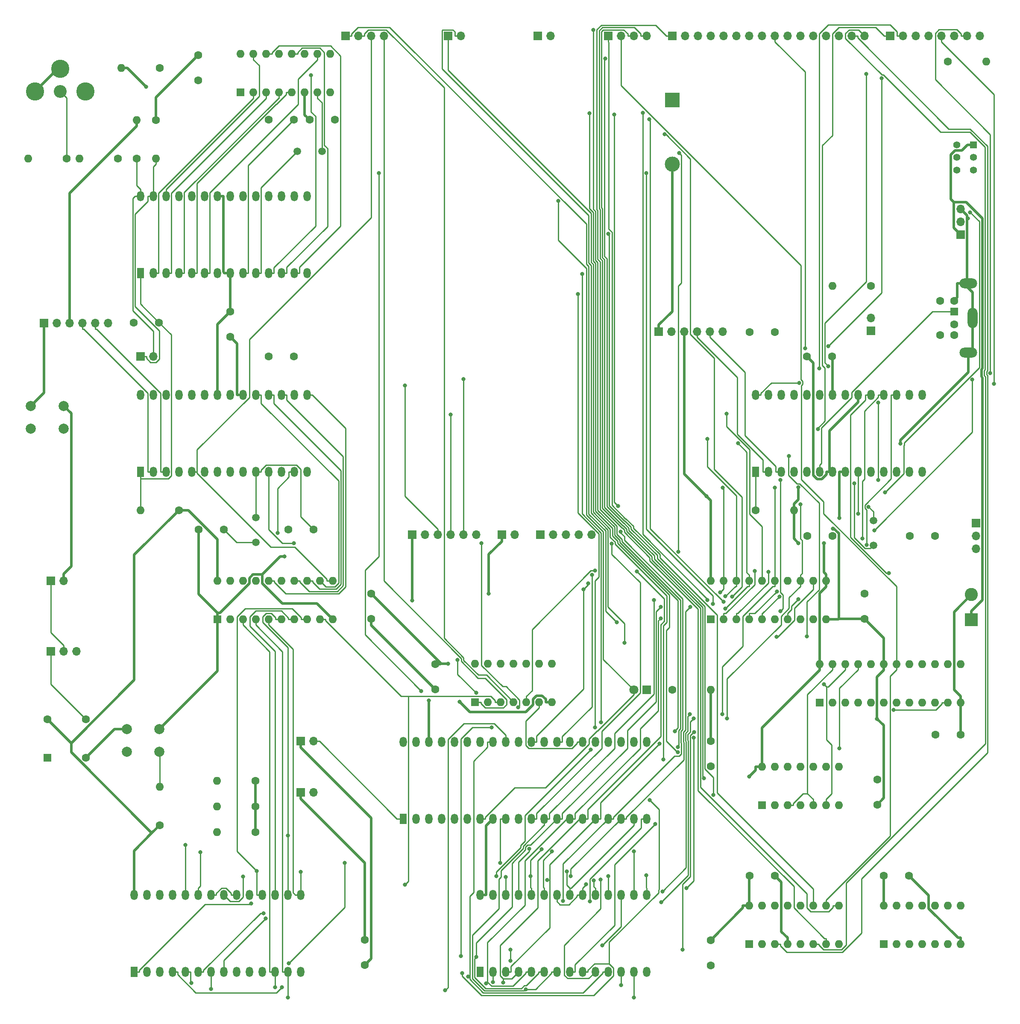
<source format=gbl>
G04 #@! TF.GenerationSoftware,KiCad,Pcbnew,(5.1.7)-1*
G04 #@! TF.CreationDate,2020-12-04T08:14:49+03:00*
G04 #@! TF.ProjectId,SmartyKitPCB,536d6172-7479-44b6-9974-5043422e6b69,rev?*
G04 #@! TF.SameCoordinates,Original*
G04 #@! TF.FileFunction,Copper,L2,Bot*
G04 #@! TF.FilePolarity,Positive*
%FSLAX46Y46*%
G04 Gerber Fmt 4.6, Leading zero omitted, Abs format (unit mm)*
G04 Created by KiCad (PCBNEW (5.1.7)-1) date 2020-12-04 08:14:49*
%MOMM*%
%LPD*%
G01*
G04 APERTURE LIST*
G04 #@! TA.AperFunction,ComponentPad*
%ADD10C,2.600000*%
G04 #@! TD*
G04 #@! TA.AperFunction,ComponentPad*
%ADD11R,2.600000X2.600000*%
G04 #@! TD*
G04 #@! TA.AperFunction,ComponentPad*
%ADD12O,1.700000X1.700000*%
G04 #@! TD*
G04 #@! TA.AperFunction,ComponentPad*
%ADD13R,1.700000X1.700000*%
G04 #@! TD*
G04 #@! TA.AperFunction,ComponentPad*
%ADD14O,1.440000X2.000000*%
G04 #@! TD*
G04 #@! TA.AperFunction,ComponentPad*
%ADD15R,1.440000X2.000000*%
G04 #@! TD*
G04 #@! TA.AperFunction,ComponentPad*
%ADD16O,1.600000X1.600000*%
G04 #@! TD*
G04 #@! TA.AperFunction,ComponentPad*
%ADD17C,1.600000*%
G04 #@! TD*
G04 #@! TA.AperFunction,ComponentPad*
%ADD18R,1.600000X1.600000*%
G04 #@! TD*
G04 #@! TA.AperFunction,ComponentPad*
%ADD19C,1.500000*%
G04 #@! TD*
G04 #@! TA.AperFunction,ComponentPad*
%ADD20C,2.000000*%
G04 #@! TD*
G04 #@! TA.AperFunction,ComponentPad*
%ADD21C,3.616000*%
G04 #@! TD*
G04 #@! TA.AperFunction,ComponentPad*
%ADD22C,2.550000*%
G04 #@! TD*
G04 #@! TA.AperFunction,ComponentPad*
%ADD23C,1.800000*%
G04 #@! TD*
G04 #@! TA.AperFunction,ComponentPad*
%ADD24R,1.800000X1.800000*%
G04 #@! TD*
G04 #@! TA.AperFunction,ComponentPad*
%ADD25C,1.400000*%
G04 #@! TD*
G04 #@! TA.AperFunction,ComponentPad*
%ADD26R,1.400000X1.400000*%
G04 #@! TD*
G04 #@! TA.AperFunction,ComponentPad*
%ADD27O,2.000000X4.000000*%
G04 #@! TD*
G04 #@! TA.AperFunction,ComponentPad*
%ADD28O,3.500000X2.000000*%
G04 #@! TD*
G04 #@! TA.AperFunction,ComponentPad*
%ADD29C,3.000000*%
G04 #@! TD*
G04 #@! TA.AperFunction,ComponentPad*
%ADD30R,3.000000X3.000000*%
G04 #@! TD*
G04 #@! TA.AperFunction,ViaPad*
%ADD31C,0.800000*%
G04 #@! TD*
G04 #@! TA.AperFunction,Conductor*
%ADD32C,0.250000*%
G04 #@! TD*
G04 #@! TA.AperFunction,Conductor*
%ADD33C,0.500000*%
G04 #@! TD*
G04 APERTURE END LIST*
D10*
X489839000Y-113237000D03*
D11*
X489839000Y-118237000D03*
D12*
X490728000Y-104140000D03*
X490728000Y-101600000D03*
D13*
X490728000Y-99060000D03*
D14*
X425462000Y-142400000D03*
X425462000Y-157640000D03*
X422922000Y-142400000D03*
X422922000Y-157640000D03*
X420382000Y-142400000D03*
X420382000Y-157640000D03*
X417842000Y-142400000D03*
X417842000Y-157640000D03*
X415302000Y-142400000D03*
X415302000Y-157640000D03*
X412762000Y-142400000D03*
X412762000Y-157640000D03*
X410222000Y-142400000D03*
X410222000Y-157640000D03*
X407682000Y-142400000D03*
X407682000Y-157640000D03*
X405142000Y-142400000D03*
X405142000Y-157640000D03*
X402602000Y-142400000D03*
X402602000Y-157640000D03*
X400062000Y-142400000D03*
X400062000Y-157640000D03*
X397522000Y-142400000D03*
X397522000Y-157640000D03*
X394982000Y-142400000D03*
X394982000Y-157640000D03*
X392442000Y-142400000D03*
X392442000Y-157640000D03*
X389902000Y-142400000D03*
X389902000Y-157640000D03*
X387362000Y-142400000D03*
X387362000Y-157640000D03*
X384822000Y-142400000D03*
X384822000Y-157640000D03*
X382282000Y-142400000D03*
X382282000Y-157640000D03*
X379742000Y-142400000D03*
X379742000Y-157640000D03*
X377202000Y-142400000D03*
D15*
X377202000Y-157640000D03*
D14*
X356870000Y-172720000D03*
X356870000Y-187960000D03*
X354330000Y-172720000D03*
X354330000Y-187960000D03*
X351790000Y-172720000D03*
X351790000Y-187960000D03*
X349250000Y-172720000D03*
X349250000Y-187960000D03*
X346710000Y-172720000D03*
X346710000Y-187960000D03*
X344170000Y-172720000D03*
X344170000Y-187960000D03*
X341630000Y-172720000D03*
X341630000Y-187960000D03*
X339090000Y-172720000D03*
X339090000Y-187960000D03*
X336550000Y-172720000D03*
X336550000Y-187960000D03*
X334010000Y-172720000D03*
X334010000Y-187960000D03*
X331470000Y-172720000D03*
X331470000Y-187960000D03*
X328930000Y-172720000D03*
X328930000Y-187960000D03*
X326390000Y-172720000D03*
X326390000Y-187960000D03*
X323850000Y-172720000D03*
D15*
X323850000Y-187960000D03*
D14*
X358140000Y-34290000D03*
X358140000Y-49530000D03*
X355600000Y-34290000D03*
X355600000Y-49530000D03*
X353060000Y-34290000D03*
X353060000Y-49530000D03*
X350520000Y-34290000D03*
X350520000Y-49530000D03*
X347980000Y-34290000D03*
X347980000Y-49530000D03*
X345440000Y-34290000D03*
X345440000Y-49530000D03*
X342900000Y-34290000D03*
X342900000Y-49530000D03*
X340360000Y-34290000D03*
X340360000Y-49530000D03*
X337820000Y-34290000D03*
X337820000Y-49530000D03*
X335280000Y-34290000D03*
X335280000Y-49530000D03*
X332740000Y-34290000D03*
X332740000Y-49530000D03*
X330200000Y-34290000D03*
X330200000Y-49530000D03*
X327660000Y-34290000D03*
X327660000Y-49530000D03*
X325120000Y-34290000D03*
D15*
X325120000Y-49530000D03*
D14*
X480060000Y-73660000D03*
X480060000Y-88900000D03*
X477520000Y-73660000D03*
X477520000Y-88900000D03*
X474980000Y-73660000D03*
X474980000Y-88900000D03*
X472440000Y-73660000D03*
X472440000Y-88900000D03*
X469900000Y-73660000D03*
X469900000Y-88900000D03*
X467360000Y-73660000D03*
X467360000Y-88900000D03*
X464820000Y-73660000D03*
X464820000Y-88900000D03*
X462280000Y-73660000D03*
X462280000Y-88900000D03*
X459740000Y-73660000D03*
X459740000Y-88900000D03*
X457200000Y-73660000D03*
X457200000Y-88900000D03*
X454660000Y-73660000D03*
X454660000Y-88900000D03*
X452120000Y-73660000D03*
X452120000Y-88900000D03*
X449580000Y-73660000D03*
X449580000Y-88900000D03*
X447040000Y-73660000D03*
D15*
X447040000Y-88900000D03*
D14*
X358140000Y-73660000D03*
X358140000Y-88900000D03*
X355600000Y-73660000D03*
X355600000Y-88900000D03*
X353060000Y-73660000D03*
X353060000Y-88900000D03*
X350520000Y-73660000D03*
X350520000Y-88900000D03*
X347980000Y-73660000D03*
X347980000Y-88900000D03*
X345440000Y-73660000D03*
X345440000Y-88900000D03*
X342900000Y-73660000D03*
X342900000Y-88900000D03*
X340360000Y-73660000D03*
X340360000Y-88900000D03*
X337820000Y-73660000D03*
X337820000Y-88900000D03*
X335280000Y-73660000D03*
X335280000Y-88900000D03*
X332740000Y-73660000D03*
X332740000Y-88900000D03*
X330200000Y-73660000D03*
X330200000Y-88900000D03*
X327660000Y-73660000D03*
X327660000Y-88900000D03*
X325120000Y-73660000D03*
D15*
X325120000Y-88900000D03*
D14*
X425450000Y-172720000D03*
X425450000Y-187960000D03*
X422910000Y-172720000D03*
X422910000Y-187960000D03*
X420370000Y-172720000D03*
X420370000Y-187960000D03*
X417830000Y-172720000D03*
X417830000Y-187960000D03*
X415290000Y-172720000D03*
X415290000Y-187960000D03*
X412750000Y-172720000D03*
X412750000Y-187960000D03*
X410210000Y-172720000D03*
X410210000Y-187960000D03*
X407670000Y-172720000D03*
X407670000Y-187960000D03*
X405130000Y-172720000D03*
X405130000Y-187960000D03*
X402590000Y-172720000D03*
X402590000Y-187960000D03*
X400050000Y-172720000D03*
X400050000Y-187960000D03*
X397510000Y-172720000D03*
X397510000Y-187960000D03*
X394970000Y-172720000D03*
X394970000Y-187960000D03*
X392430000Y-172720000D03*
D15*
X392430000Y-187960000D03*
D12*
X406400000Y-2540000D03*
D13*
X403860000Y-2540000D03*
D12*
X388620000Y-2540000D03*
D13*
X386080000Y-2540000D03*
D16*
X438150000Y-132080000D03*
D17*
X430530000Y-132080000D03*
D12*
X373380000Y-2540000D03*
X370840000Y-2540000D03*
X368300000Y-2540000D03*
D13*
X365760000Y-2540000D03*
D12*
X425450000Y-2540000D03*
X422910000Y-2540000D03*
X420370000Y-2540000D03*
D13*
X417830000Y-2540000D03*
D12*
X491490000Y-2540000D03*
X488950000Y-2540000D03*
X486410000Y-2540000D03*
X483870000Y-2540000D03*
X481330000Y-2540000D03*
X478790000Y-2540000D03*
X476250000Y-2540000D03*
D13*
X473710000Y-2540000D03*
D12*
X468630000Y-2540000D03*
X466090000Y-2540000D03*
X463550000Y-2540000D03*
X461010000Y-2540000D03*
X458470000Y-2540000D03*
X455930000Y-2540000D03*
X453390000Y-2540000D03*
X450850000Y-2540000D03*
X448310000Y-2540000D03*
X445770000Y-2540000D03*
X443230000Y-2540000D03*
X440690000Y-2540000D03*
X438150000Y-2540000D03*
X435610000Y-2540000D03*
X433070000Y-2540000D03*
D13*
X430530000Y-2540000D03*
D16*
X462280000Y-52070000D03*
D17*
X469900000Y-52070000D03*
D12*
X469900000Y-58420000D03*
D13*
X469900000Y-60960000D03*
D12*
X487680000Y-36830000D03*
X487680000Y-39370000D03*
D13*
X487680000Y-41910000D03*
D17*
X355520000Y-66040000D03*
X350520000Y-66040000D03*
X462200000Y-66040000D03*
X457200000Y-66040000D03*
X438150000Y-181690000D03*
X438150000Y-186690000D03*
X369570000Y-186610000D03*
X369570000Y-181610000D03*
D12*
X309880000Y-110490000D03*
D13*
X307340000Y-110490000D03*
D12*
X312420000Y-124460000D03*
X309880000Y-124460000D03*
D13*
X307340000Y-124460000D03*
D17*
X336550000Y-11350000D03*
X336550000Y-6350000D03*
X342900000Y-62150000D03*
X342900000Y-57150000D03*
X482680000Y-140970000D03*
X487680000Y-140970000D03*
X445850000Y-168910000D03*
X450850000Y-168910000D03*
X468630000Y-118030000D03*
X468630000Y-113030000D03*
X438150000Y-147240000D03*
X438150000Y-142240000D03*
X370840000Y-118030000D03*
X370840000Y-113030000D03*
D16*
X321310000Y-8890000D03*
D17*
X328930000Y-8890000D03*
D16*
X345000000Y-6150000D03*
X362780000Y-13770000D03*
X347540000Y-6150000D03*
X360240000Y-13770000D03*
X350080000Y-6150000D03*
X357700000Y-13770000D03*
X352620000Y-6150000D03*
X355160000Y-13770000D03*
X355160000Y-6150000D03*
X352620000Y-13770000D03*
X357700000Y-6150000D03*
X350080000Y-13770000D03*
X360240000Y-6150000D03*
X347540000Y-13770000D03*
X362780000Y-6150000D03*
D18*
X345000000Y-13770000D03*
D12*
X359410000Y-152400000D03*
D13*
X356870000Y-152400000D03*
D12*
X359410000Y-142240000D03*
D13*
X356870000Y-142240000D03*
D19*
X356235000Y-25400000D03*
X361115000Y-25400000D03*
D16*
X328180000Y-26830000D03*
D17*
X328180000Y-19210000D03*
D16*
X324370000Y-19210000D03*
D17*
X324370000Y-26830000D03*
X350515000Y-19180000D03*
X355515000Y-19180000D03*
X358665000Y-19180000D03*
X363665000Y-19180000D03*
D12*
X440575000Y-61120000D03*
X438035000Y-61120000D03*
X435495000Y-61120000D03*
X432955000Y-61120000D03*
X430415000Y-61120000D03*
D13*
X427875000Y-61120000D03*
D12*
X318742000Y-59469000D03*
X316202000Y-59469000D03*
X313662000Y-59469000D03*
X311122000Y-59469000D03*
X308582000Y-59469000D03*
D13*
X306042000Y-59469000D03*
D17*
X450909000Y-61247000D03*
X445909000Y-61247000D03*
X328822000Y-59342000D03*
X323822000Y-59342000D03*
D20*
X309915000Y-75852000D03*
X309915000Y-80352000D03*
X303415000Y-75852000D03*
X303415000Y-80352000D03*
D19*
X347980000Y-97990000D03*
X347980000Y-102870000D03*
D16*
X325120000Y-96520000D03*
D17*
X332740000Y-96520000D03*
X336630000Y-100330000D03*
X341630000Y-100330000D03*
X354410000Y-100330000D03*
X359410000Y-100330000D03*
D16*
X313067000Y-26830000D03*
D17*
X320687000Y-26830000D03*
D16*
X302907000Y-26830000D03*
D17*
X310527000Y-26830000D03*
D21*
X309245000Y-9070000D03*
X304245000Y-13570000D03*
X314245000Y-13570000D03*
D22*
X309245000Y-13570000D03*
D12*
X327660000Y-66040000D03*
D13*
X325120000Y-66040000D03*
D12*
X391664000Y-101406000D03*
X389124000Y-101406000D03*
X386584000Y-101406000D03*
X384044000Y-101406000D03*
X381504000Y-101406000D03*
D13*
X378964000Y-101406000D03*
D12*
X414524000Y-101406000D03*
X411984000Y-101406000D03*
X409444000Y-101406000D03*
X406904000Y-101406000D03*
D13*
X404364000Y-101406000D03*
D12*
X399284000Y-101406000D03*
D13*
X396744000Y-101406000D03*
D23*
X422910000Y-132080000D03*
D24*
X425450000Y-132080000D03*
D25*
X486920000Y-29130000D03*
X486920000Y-26630000D03*
X486920000Y-24130000D03*
X490220000Y-29130000D03*
X490220000Y-26630000D03*
D26*
X490220000Y-24130000D03*
D16*
X492760000Y-7620000D03*
D17*
X485140000Y-7620000D03*
X477440000Y-168910000D03*
X472440000Y-168910000D03*
X471170000Y-154860000D03*
X471170000Y-149860000D03*
X383540000Y-132000000D03*
X383540000Y-127000000D03*
D19*
X470420000Y-103465000D03*
X470420000Y-98585000D03*
D16*
X454660000Y-96520000D03*
D17*
X447040000Y-96520000D03*
D16*
X340260000Y-160258000D03*
D17*
X347880000Y-160258000D03*
D16*
X340260000Y-150098000D03*
D17*
X347880000Y-150098000D03*
D16*
X340260000Y-155178000D03*
D17*
X347880000Y-155178000D03*
X457280000Y-101600000D03*
X462280000Y-101600000D03*
X477600000Y-101600000D03*
X482600000Y-101600000D03*
D27*
X490060000Y-58450000D03*
D17*
X483610000Y-61850000D03*
X483610000Y-55050000D03*
X486410000Y-61850000D03*
X486410000Y-55050000D03*
X486410000Y-59750000D03*
D18*
X486410000Y-57150000D03*
D28*
X489260000Y-51600000D03*
X489260000Y-65300000D03*
D16*
X391477000Y-126922000D03*
X406717000Y-134542000D03*
X394017000Y-126922000D03*
X404177000Y-134542000D03*
X396557000Y-126922000D03*
X401637000Y-134542000D03*
X399097000Y-126922000D03*
X399097000Y-134542000D03*
X401637000Y-126922000D03*
X396557000Y-134542000D03*
X404177000Y-126922000D03*
X394017000Y-134542000D03*
X406717000Y-126922000D03*
D18*
X391477000Y-134542000D03*
D16*
X340360000Y-110490000D03*
X363220000Y-118110000D03*
X342900000Y-110490000D03*
X360680000Y-118110000D03*
X345440000Y-110490000D03*
X358140000Y-118110000D03*
X347980000Y-110490000D03*
X355600000Y-118110000D03*
X350520000Y-110490000D03*
X353060000Y-118110000D03*
X353060000Y-110490000D03*
X350520000Y-118110000D03*
X355600000Y-110490000D03*
X347980000Y-118110000D03*
X358140000Y-110490000D03*
X345440000Y-118110000D03*
X360680000Y-110490000D03*
X342900000Y-118110000D03*
X363220000Y-110490000D03*
D18*
X340360000Y-118110000D03*
D16*
X438150000Y-110490000D03*
X461010000Y-118110000D03*
X440690000Y-110490000D03*
X458470000Y-118110000D03*
X443230000Y-110490000D03*
X455930000Y-118110000D03*
X445770000Y-110490000D03*
X453390000Y-118110000D03*
X448310000Y-110490000D03*
X450850000Y-118110000D03*
X450850000Y-110490000D03*
X448310000Y-118110000D03*
X453390000Y-110490000D03*
X445770000Y-118110000D03*
X455930000Y-110490000D03*
X443230000Y-118110000D03*
X458470000Y-110490000D03*
X440690000Y-118110000D03*
X461010000Y-110490000D03*
D18*
X438150000Y-118110000D03*
D16*
X459740000Y-127000000D03*
X487680000Y-134620000D03*
X462280000Y-127000000D03*
X485140000Y-134620000D03*
X464820000Y-127000000D03*
X482600000Y-134620000D03*
X467360000Y-127000000D03*
X480060000Y-134620000D03*
X469900000Y-127000000D03*
X477520000Y-134620000D03*
X472440000Y-127000000D03*
X474980000Y-134620000D03*
X474980000Y-127000000D03*
X472440000Y-134620000D03*
X477520000Y-127000000D03*
X469900000Y-134620000D03*
X480060000Y-127000000D03*
X467360000Y-134620000D03*
X482600000Y-127000000D03*
X464820000Y-134620000D03*
X485140000Y-127000000D03*
X462280000Y-134620000D03*
X487680000Y-127000000D03*
D18*
X459740000Y-134620000D03*
D16*
X472500000Y-174880000D03*
X487740000Y-182500000D03*
X475040000Y-174880000D03*
X485200000Y-182500000D03*
X477580000Y-174880000D03*
X482660000Y-182500000D03*
X480120000Y-174880000D03*
X480120000Y-182500000D03*
X482660000Y-174880000D03*
X477580000Y-182500000D03*
X485200000Y-174880000D03*
X475040000Y-182500000D03*
X487740000Y-174880000D03*
D18*
X472500000Y-182500000D03*
D16*
X445770000Y-174880000D03*
X463550000Y-182500000D03*
X448310000Y-174880000D03*
X461010000Y-182500000D03*
X450850000Y-174880000D03*
X458470000Y-182500000D03*
X453390000Y-174880000D03*
X455930000Y-182500000D03*
X455930000Y-174880000D03*
X453390000Y-182500000D03*
X458470000Y-174880000D03*
X450850000Y-182500000D03*
X461010000Y-174880000D03*
X448310000Y-182500000D03*
X463550000Y-174880000D03*
D18*
X445770000Y-182500000D03*
D16*
X448310000Y-147320000D03*
X463550000Y-154940000D03*
X450850000Y-147320000D03*
X461010000Y-154940000D03*
X453390000Y-147320000D03*
X458470000Y-154940000D03*
X455930000Y-147320000D03*
X455930000Y-154940000D03*
X458470000Y-147320000D03*
X453390000Y-154940000D03*
X461010000Y-147320000D03*
X450850000Y-154940000D03*
X463550000Y-147320000D03*
D18*
X448310000Y-154940000D03*
D16*
X328942000Y-151290000D03*
D17*
X328942000Y-158910000D03*
D20*
X328912000Y-139860000D03*
X328912000Y-144360000D03*
X322412000Y-139860000D03*
X322412000Y-144360000D03*
D29*
X430530000Y-27940000D03*
D30*
X430530000Y-15240000D03*
D17*
X314292000Y-145560000D03*
X314292000Y-137940000D03*
X306672000Y-137940000D03*
D18*
X306672000Y-145560000D03*
D31*
X365631100Y-166364800D03*
X354540800Y-186280400D03*
X396448700Y-166364800D03*
X416371300Y-169732700D03*
X431626200Y-143464500D03*
X463694600Y-143725400D03*
X388905800Y-188221400D03*
X426054000Y-153938600D03*
X431626200Y-144464900D03*
X414151600Y-17859600D03*
X409634300Y-168074900D03*
X345440000Y-169080400D03*
X436855500Y-149659600D03*
X417242300Y-7026300D03*
X398459800Y-185757000D03*
X398459800Y-183600400D03*
X349946400Y-177365200D03*
X427133900Y-158703100D03*
X418508700Y-103149400D03*
X419763200Y-95666400D03*
X419040300Y-18127700D03*
X401484400Y-191435600D03*
X339090000Y-191395100D03*
X426897800Y-114335800D03*
X437535900Y-114335800D03*
X424705400Y-17771300D03*
X406705900Y-164129300D03*
X336963000Y-164288500D03*
X414178200Y-174045300D03*
X438693500Y-152909200D03*
X417855500Y-41727500D03*
X391667700Y-185054400D03*
X349526800Y-176347300D03*
X428248700Y-115677700D03*
X440679500Y-114704500D03*
X426010700Y-19057200D03*
X404669600Y-163679000D03*
X334010000Y-162837800D03*
X410445400Y-169060700D03*
X402460600Y-169060700D03*
X434152800Y-115639600D03*
X438632700Y-115073400D03*
X425430700Y-29776400D03*
X393604000Y-190261300D03*
X335239200Y-190222800D03*
X428248700Y-117968800D03*
X442436500Y-113623400D03*
X428992300Y-22055000D03*
X402151100Y-163563100D03*
X408909000Y-173933900D03*
X420309900Y-100738300D03*
X456847000Y-64493500D03*
X397035700Y-190084700D03*
X353141500Y-191008400D03*
X423514900Y-108638700D03*
X431778100Y-104760000D03*
X431931500Y-25783600D03*
X414384900Y-143917500D03*
X395659100Y-169055600D03*
X397500700Y-169205900D03*
X415250300Y-139544400D03*
X411870900Y-53678600D03*
X405722500Y-169786000D03*
X428013900Y-142784100D03*
X431096400Y-140336900D03*
X414855200Y-1357000D03*
X434835800Y-140523800D03*
X432561400Y-183625300D03*
X394970000Y-190024200D03*
X416432400Y-138500900D03*
X412667900Y-49694900D03*
X347096700Y-174450700D03*
X434798600Y-141586500D03*
X433354000Y-171390200D03*
X394705800Y-139537100D03*
X388632000Y-184842900D03*
X326284400Y-12614100D03*
X471150400Y-137849900D03*
X462424700Y-100145600D03*
X388389700Y-134443100D03*
X475766200Y-83340500D03*
X378964000Y-114430400D03*
X489132400Y-38737100D03*
X353695000Y-105694900D03*
X463649700Y-98032900D03*
X377582200Y-170731900D03*
X415000400Y-169857400D03*
X470618600Y-100492400D03*
X490020400Y-70668400D03*
X451214000Y-121628300D03*
X417873200Y-169001200D03*
X348204700Y-168006800D03*
X434772100Y-137744900D03*
X428376200Y-174171400D03*
X455930000Y-95342600D03*
X471359400Y-90513800D03*
X471359400Y-75201600D03*
X493579100Y-69361900D03*
X441429100Y-137744900D03*
X416630200Y-182740000D03*
X472687500Y-93012200D03*
X489596500Y-37514300D03*
X414631400Y-109346100D03*
X422910000Y-164113600D03*
X354330000Y-160979700D03*
X434060100Y-136965100D03*
X428567800Y-172050500D03*
X450850000Y-92067000D03*
X494304400Y-71502300D03*
X440424600Y-136910700D03*
X412975000Y-112219800D03*
X356870000Y-168147500D03*
X425386600Y-168851900D03*
X441303600Y-77404400D03*
X461484900Y-64066800D03*
X472064500Y-10984400D03*
X413893700Y-111053800D03*
X391654500Y-132689000D03*
X388006500Y-126206900D03*
X354330000Y-193084400D03*
X422910000Y-193084400D03*
X443593100Y-83276500D03*
X461470600Y-67972100D03*
X468997700Y-10067500D03*
X441059700Y-116054400D03*
X385549600Y-191622600D03*
X351790000Y-191061200D03*
X420370000Y-190571200D03*
X437516600Y-82378600D03*
X459707100Y-68461900D03*
X441096100Y-113583100D03*
X390069300Y-188953600D03*
X440574200Y-92043500D03*
X459391700Y-80496500D03*
X440012800Y-112824300D03*
X460607700Y-130990200D03*
X421111900Y-122761600D03*
X413435500Y-170614800D03*
X428740800Y-145921600D03*
X460628200Y-103048500D03*
X455534700Y-103048500D03*
X394190400Y-113030000D03*
X445816100Y-149287400D03*
X382282000Y-134217500D03*
X455509500Y-92009900D03*
X437337700Y-93771700D03*
X386124500Y-126922000D03*
X474430900Y-136083900D03*
X419510200Y-118695700D03*
X451996600Y-90558800D03*
X451996600Y-116556100D03*
X355535600Y-103081000D03*
X392747000Y-103081000D03*
X400029600Y-135602300D03*
X415224200Y-108505900D03*
X380803000Y-132326200D03*
X372430800Y-29776400D03*
X389124000Y-70556900D03*
X386584000Y-77580800D03*
X377582200Y-71826000D03*
X352311600Y-101057800D03*
X455669400Y-71288100D03*
X466621800Y-91204400D03*
X467360000Y-97238500D03*
X469442300Y-95832800D03*
X473444500Y-108995300D03*
X468241100Y-102140500D03*
X469056400Y-103376900D03*
X455571900Y-114116700D03*
X453680900Y-85774700D03*
X457256200Y-121563300D03*
X451766300Y-113634400D03*
X451260900Y-112619100D03*
X449580000Y-108762400D03*
X446895400Y-108574300D03*
X358970000Y-10330800D03*
X407944400Y-35267500D03*
D32*
X354540800Y-186280400D02*
X365631100Y-175190100D01*
X365631100Y-175190100D02*
X365631100Y-166364800D01*
X396476700Y-157640000D02*
X396448700Y-157668000D01*
X396448700Y-157668000D02*
X396448700Y-166364800D01*
X429354700Y-2540000D02*
X427227500Y-412800D01*
X427227500Y-412800D02*
X416501200Y-412800D01*
X416501200Y-412800D02*
X415591400Y-1322600D01*
X415591400Y-1322600D02*
X415591400Y-36974000D01*
X415591400Y-36974000D02*
X415779200Y-37161800D01*
X415779200Y-37161800D02*
X415779200Y-46819700D01*
X415779200Y-46819700D02*
X416229500Y-47270000D01*
X416229500Y-47270000D02*
X416229500Y-96343100D01*
X416229500Y-96343100D02*
X419584500Y-99698100D01*
X419584500Y-99698100D02*
X419584500Y-101288700D01*
X419584500Y-101288700D02*
X420584900Y-102289100D01*
X420584900Y-102289100D02*
X420584900Y-102712300D01*
X420584900Y-102712300D02*
X432159500Y-114286900D01*
X432159500Y-114286900D02*
X432159500Y-139815500D01*
X432159500Y-139815500D02*
X431821800Y-140153200D01*
X431821800Y-140153200D02*
X431821800Y-143268900D01*
X431821800Y-143268900D02*
X431626200Y-143464500D01*
X397522000Y-157640000D02*
X396476700Y-157640000D01*
X415290000Y-187960000D02*
X413957700Y-189292300D01*
X413957700Y-189292300D02*
X409773500Y-189292300D01*
X409773500Y-189292300D02*
X409113000Y-188631800D01*
X409113000Y-188631800D02*
X409113000Y-182709300D01*
X409113000Y-182709300D02*
X416371300Y-175451000D01*
X416371300Y-175451000D02*
X416371300Y-169732700D01*
X430530000Y-2540000D02*
X429354700Y-2540000D01*
X467360000Y-127000000D02*
X467360000Y-128125300D01*
X467360000Y-128125300D02*
X463694600Y-131790700D01*
X463694600Y-131790700D02*
X463694600Y-143725400D01*
X388905800Y-188221400D02*
X388905800Y-188815800D01*
X388905800Y-188815800D02*
X392740500Y-192650500D01*
X392740500Y-192650500D02*
X414965200Y-192650500D01*
X414965200Y-192650500D02*
X418897900Y-188717800D01*
X418897900Y-188717800D02*
X418897900Y-187195700D01*
X418897900Y-187195700D02*
X418045700Y-186343500D01*
X418045700Y-186343500D02*
X415108600Y-186343500D01*
X415108600Y-186343500D02*
X413795300Y-187656800D01*
X413795300Y-187656800D02*
X413795300Y-187960000D01*
X426054000Y-153938600D02*
X427907400Y-155792000D01*
X427907400Y-155792000D02*
X427907400Y-171685200D01*
X427907400Y-171685200D02*
X427842500Y-171750100D01*
X427842500Y-171750100D02*
X427842500Y-172296300D01*
X427842500Y-172296300D02*
X418045700Y-182093100D01*
X418045700Y-182093100D02*
X418045700Y-186343500D01*
X414151600Y-17859600D02*
X414151600Y-36808000D01*
X414151600Y-36808000D02*
X414878600Y-37535000D01*
X414878600Y-37535000D02*
X414878600Y-47192900D01*
X414878600Y-47192900D02*
X415328900Y-47643200D01*
X415328900Y-47643200D02*
X415328900Y-96716300D01*
X415328900Y-96716300D02*
X418683900Y-100071300D01*
X418683900Y-100071300D02*
X418683900Y-101661900D01*
X418683900Y-101661900D02*
X419684300Y-102662300D01*
X419684300Y-102662300D02*
X419684300Y-103085500D01*
X419684300Y-103085500D02*
X429936600Y-113337800D01*
X429936600Y-113337800D02*
X429936600Y-119777100D01*
X429936600Y-119777100D02*
X429392600Y-120321100D01*
X429392600Y-120321100D02*
X429392600Y-142256600D01*
X429392600Y-142256600D02*
X431600900Y-144464900D01*
X431600900Y-144464900D02*
X431626200Y-144464900D01*
X412750000Y-187960000D02*
X413795300Y-187960000D01*
X341630000Y-172720000D02*
X342960800Y-174050800D01*
X342960800Y-174050800D02*
X344597600Y-174050800D01*
X344597600Y-174050800D02*
X345440000Y-173208400D01*
X345440000Y-173208400D02*
X345440000Y-169080400D01*
X409634300Y-168074900D02*
X409634300Y-170819000D01*
X409634300Y-170819000D02*
X410210000Y-171394700D01*
X436855500Y-149659600D02*
X436574400Y-149378500D01*
X436574400Y-149378500D02*
X436574400Y-115761400D01*
X436574400Y-115761400D02*
X426983100Y-106170100D01*
X426983100Y-106170100D02*
X426983100Y-105533200D01*
X426983100Y-105533200D02*
X421935800Y-100485900D01*
X421935800Y-100485900D02*
X421935800Y-100064600D01*
X421935800Y-100064600D02*
X420983600Y-99112400D01*
X420983600Y-99112400D02*
X420909500Y-99112400D01*
X420909500Y-99112400D02*
X417580400Y-95783300D01*
X417580400Y-95783300D02*
X417580400Y-46710200D01*
X417580400Y-46710200D02*
X417130100Y-46259900D01*
X417130100Y-46259900D02*
X417130100Y-7138500D01*
X417130100Y-7138500D02*
X417242300Y-7026300D01*
X410210000Y-172720000D02*
X410210000Y-171394700D01*
X422922000Y-157640000D02*
X422922000Y-158965300D01*
X410210000Y-171394700D02*
X410492600Y-171394700D01*
X410492600Y-171394700D02*
X422922000Y-158965300D01*
X427133900Y-158703100D02*
X419100000Y-166737000D01*
X419100000Y-166737000D02*
X419100000Y-178729700D01*
X419100000Y-178729700D02*
X411255300Y-186574400D01*
X411255300Y-186574400D02*
X411255300Y-187960000D01*
X341630000Y-187960000D02*
X341630000Y-185681600D01*
X341630000Y-185681600D02*
X349946400Y-177365200D01*
X398459800Y-185757000D02*
X398459800Y-183600400D01*
X410210000Y-187960000D02*
X411255300Y-187960000D01*
X403647300Y-157640000D02*
X403647300Y-156594700D01*
X403647300Y-156594700D02*
X416572000Y-143670000D01*
X416572000Y-143670000D02*
X416572000Y-140278600D01*
X416572000Y-140278600D02*
X424167700Y-132682900D01*
X424167700Y-132682900D02*
X424167700Y-110894300D01*
X424167700Y-110894300D02*
X418508700Y-105235300D01*
X418508700Y-105235300D02*
X418508700Y-103149400D01*
X419040300Y-18127700D02*
X419040300Y-94943500D01*
X419040300Y-94943500D02*
X419763200Y-95666400D01*
X402602000Y-157640000D02*
X403647300Y-157640000D01*
X405142000Y-158965300D02*
X405086300Y-158965300D01*
X405086300Y-158965300D02*
X400975500Y-163076100D01*
X400975500Y-163076100D02*
X400975500Y-163500700D01*
X400975500Y-163500700D02*
X396566900Y-167909300D01*
X396566900Y-167909300D02*
X396566900Y-169186500D01*
X396566900Y-169186500D02*
X396148200Y-169605200D01*
X396148200Y-169605200D02*
X396148200Y-175449200D01*
X396148200Y-175449200D02*
X390913400Y-180684000D01*
X390913400Y-180684000D02*
X390913400Y-189312700D01*
X390913400Y-189312700D02*
X393311400Y-191710700D01*
X393311400Y-191710700D02*
X401209300Y-191710700D01*
X401209300Y-191710700D02*
X401484400Y-191435600D01*
X339090000Y-189285300D02*
X339090000Y-191395100D01*
X406624700Y-187960000D02*
X406624700Y-188254000D01*
X406624700Y-188254000D02*
X403443100Y-191435600D01*
X403443100Y-191435600D02*
X401484400Y-191435600D01*
X339090000Y-187960000D02*
X339090000Y-189285300D01*
X405142000Y-157640000D02*
X405142000Y-158965300D01*
X407670000Y-187960000D02*
X406624700Y-187960000D01*
X437535900Y-114335800D02*
X437535900Y-114125700D01*
X437535900Y-114125700D02*
X424705400Y-101295200D01*
X424705400Y-101295200D02*
X424705400Y-17771300D01*
X406187300Y-157640000D02*
X406187300Y-156594700D01*
X406187300Y-156594700D02*
X419112000Y-143670000D01*
X419112000Y-143670000D02*
X419112000Y-140721300D01*
X419112000Y-140721300D02*
X426897800Y-132935500D01*
X426897800Y-132935500D02*
X426897800Y-114335800D01*
X405142000Y-157640000D02*
X406187300Y-157640000D01*
X336550000Y-171394700D02*
X336963000Y-170981700D01*
X336963000Y-170981700D02*
X336963000Y-164288500D01*
X405130000Y-171394700D02*
X404971100Y-171235800D01*
X404971100Y-171235800D02*
X404971100Y-165864100D01*
X404971100Y-165864100D02*
X406705900Y-164129300D01*
X336550000Y-172720000D02*
X336550000Y-171394700D01*
X405130000Y-172720000D02*
X405130000Y-171394700D01*
X438693500Y-152909200D02*
X438693500Y-149449900D01*
X438693500Y-149449900D02*
X437024700Y-147781100D01*
X437024700Y-147781100D02*
X437024700Y-115574800D01*
X437024700Y-115574800D02*
X427592400Y-106142500D01*
X427592400Y-106142500D02*
X427592400Y-105456000D01*
X427592400Y-105456000D02*
X422386100Y-100249700D01*
X422386100Y-100249700D02*
X422386100Y-99878000D01*
X422386100Y-99878000D02*
X421170200Y-98662100D01*
X421170200Y-98662100D02*
X421096100Y-98662100D01*
X421096100Y-98662100D02*
X418030700Y-95596700D01*
X418030700Y-95596700D02*
X418030700Y-41902700D01*
X418030700Y-41902700D02*
X417855500Y-41727500D01*
X424416700Y-157640000D02*
X424416700Y-159415400D01*
X424416700Y-159415400D02*
X414178200Y-169653900D01*
X414178200Y-169653900D02*
X414178200Y-174045300D01*
X425462000Y-157640000D02*
X424416700Y-157640000D01*
X407682000Y-157640000D02*
X402484200Y-162837800D01*
X402484200Y-162837800D02*
X401850700Y-162837800D01*
X401850700Y-162837800D02*
X401425800Y-163262700D01*
X401425800Y-163262700D02*
X401425800Y-163794600D01*
X401425800Y-163794600D02*
X398780000Y-166440400D01*
X398780000Y-166440400D02*
X398780000Y-175152800D01*
X398780000Y-175152800D02*
X391667700Y-182265100D01*
X391667700Y-182265100D02*
X391667700Y-185054400D01*
X404084700Y-187960000D02*
X404084700Y-188254000D01*
X404084700Y-188254000D02*
X401628400Y-190710300D01*
X401628400Y-190710300D02*
X401184000Y-190710300D01*
X401184000Y-190710300D02*
X400633900Y-191260400D01*
X400633900Y-191260400D02*
X393544000Y-191260400D01*
X393544000Y-191260400D02*
X391384600Y-189101000D01*
X391384600Y-189101000D02*
X391384600Y-185337500D01*
X391384600Y-185337500D02*
X391667700Y-185054400D01*
X336550000Y-187960000D02*
X337595300Y-187960000D01*
X337595300Y-187960000D02*
X337595300Y-187666000D01*
X337595300Y-187666000D02*
X348914000Y-176347300D01*
X348914000Y-176347300D02*
X349526800Y-176347300D01*
X405130000Y-187960000D02*
X404084700Y-187960000D01*
X440679500Y-114704500D02*
X426156000Y-100181000D01*
X426156000Y-100181000D02*
X426156000Y-19202500D01*
X426156000Y-19202500D02*
X426010700Y-19057200D01*
X428248700Y-115677700D02*
X427348100Y-116578300D01*
X427348100Y-116578300D02*
X427348100Y-134443500D01*
X427348100Y-134443500D02*
X421652000Y-140139600D01*
X421652000Y-140139600D02*
X421652000Y-143670000D01*
X421652000Y-143670000D02*
X408727300Y-156594700D01*
X408727300Y-156594700D02*
X408727300Y-157640000D01*
X407682000Y-157640000D02*
X408727300Y-157640000D01*
X334010000Y-172720000D02*
X334010000Y-162837800D01*
X402460600Y-169060700D02*
X402460600Y-165888000D01*
X402460600Y-165888000D02*
X404669600Y-163679000D01*
X420382000Y-157640000D02*
X410445400Y-167576600D01*
X410445400Y-167576600D02*
X410445400Y-169060700D01*
X402590000Y-171394700D02*
X402460600Y-171265300D01*
X402460600Y-171265300D02*
X402460600Y-169060700D01*
X434152800Y-115639600D02*
X433172700Y-116619700D01*
X433172700Y-116619700D02*
X433172700Y-140076100D01*
X433172700Y-140076100D02*
X432722400Y-140526400D01*
X432722400Y-140526400D02*
X432722400Y-142446700D01*
X432722400Y-142446700D02*
X432801900Y-142526200D01*
X432801900Y-142526200D02*
X432801900Y-145971400D01*
X432801900Y-145971400D02*
X421427300Y-157346000D01*
X421427300Y-157346000D02*
X421427300Y-157640000D01*
X402590000Y-172720000D02*
X402590000Y-171394700D01*
X425430700Y-29776400D02*
X425430700Y-100276900D01*
X425430700Y-100276900D02*
X438632700Y-113478900D01*
X438632700Y-113478900D02*
X438632700Y-115073400D01*
X420382000Y-157640000D02*
X421427300Y-157640000D01*
X410222000Y-157640000D02*
X409682900Y-157640000D01*
X409682900Y-157640000D02*
X401320000Y-166002900D01*
X401320000Y-166002900D02*
X401320000Y-174743600D01*
X401320000Y-174743600D02*
X393894100Y-182169500D01*
X393894100Y-182169500D02*
X393894100Y-189999100D01*
X401544700Y-187960000D02*
X401544700Y-188254000D01*
X401544700Y-188254000D02*
X398988600Y-190810100D01*
X398988600Y-190810100D02*
X394705100Y-190810100D01*
X394705100Y-190810100D02*
X393894100Y-189999100D01*
X334010000Y-187960000D02*
X335055300Y-187960000D01*
X335055300Y-187960000D02*
X335055300Y-190038900D01*
X335055300Y-190038900D02*
X335239200Y-190222800D01*
X393604000Y-190261300D02*
X393631900Y-190261300D01*
X393631900Y-190261300D02*
X393894100Y-189999100D01*
X402590000Y-187960000D02*
X401544700Y-187960000D01*
X428992300Y-22055000D02*
X429261700Y-22055000D01*
X429261700Y-22055000D02*
X434130400Y-26923700D01*
X434130400Y-26923700D02*
X434130400Y-61696900D01*
X434130400Y-61696900D02*
X438819400Y-66385900D01*
X438819400Y-66385900D02*
X438819400Y-88380800D01*
X438819400Y-88380800D02*
X444355400Y-93916800D01*
X444355400Y-93916800D02*
X444355400Y-111704500D01*
X444355400Y-111704500D02*
X442436500Y-113623400D01*
X411267300Y-157640000D02*
X411267300Y-156594700D01*
X411267300Y-156594700D02*
X424192000Y-143670000D01*
X424192000Y-143670000D02*
X424192000Y-139848700D01*
X424192000Y-139848700D02*
X427798400Y-136242300D01*
X427798400Y-136242300D02*
X427798400Y-118419100D01*
X427798400Y-118419100D02*
X428248700Y-117968800D01*
X410222000Y-157640000D02*
X411267300Y-157640000D01*
X400050000Y-172720000D02*
X400050000Y-166196100D01*
X400050000Y-166196100D02*
X402151100Y-164095000D01*
X402151100Y-164095000D02*
X402151100Y-163563100D01*
X417842000Y-157640000D02*
X408909000Y-166573000D01*
X408909000Y-166573000D02*
X408909000Y-173933900D01*
X420309900Y-100738300D02*
X420309900Y-101013400D01*
X420309900Y-101013400D02*
X421035200Y-101738700D01*
X421035200Y-101738700D02*
X421035200Y-102458100D01*
X421035200Y-102458100D02*
X432609800Y-114032700D01*
X432609800Y-114032700D02*
X432609800Y-140002100D01*
X432609800Y-140002100D02*
X432272100Y-140339800D01*
X432272100Y-140339800D02*
X432272100Y-142633300D01*
X432272100Y-142633300D02*
X432351600Y-142712800D01*
X432351600Y-142712800D02*
X432351600Y-144804400D01*
X432351600Y-144804400D02*
X431932300Y-145223700D01*
X431932300Y-145223700D02*
X431009600Y-145223700D01*
X431009600Y-145223700D02*
X418887300Y-157346000D01*
X418887300Y-157346000D02*
X418887300Y-157640000D01*
X450850000Y-2540000D02*
X450850000Y-3715300D01*
X417842000Y-157640000D02*
X418887300Y-157640000D01*
X450850000Y-3715300D02*
X456847000Y-9712300D01*
X456847000Y-9712300D02*
X456847000Y-64493500D01*
X412762000Y-157640000D02*
X412169500Y-157640000D01*
X412169500Y-157640000D02*
X403860000Y-165949500D01*
X403860000Y-165949500D02*
X403860000Y-175328200D01*
X403860000Y-175328200D02*
X396438900Y-182749300D01*
X396438900Y-182749300D02*
X396438900Y-188712700D01*
X396438900Y-188712700D02*
X397035700Y-189309500D01*
X332515300Y-187960000D02*
X332515300Y-188535300D01*
X332515300Y-188535300D02*
X336100400Y-192120400D01*
X336100400Y-192120400D02*
X352029500Y-192120400D01*
X352029500Y-192120400D02*
X353141500Y-191008400D01*
X397035700Y-189309500D02*
X397035700Y-190084700D01*
X331470000Y-187960000D02*
X332515300Y-187960000D01*
X400050000Y-187960000D02*
X398700500Y-189309500D01*
X398700500Y-189309500D02*
X397035700Y-189309500D01*
X423514900Y-108638700D02*
X428984200Y-114108000D01*
X428984200Y-114108000D02*
X428984200Y-118502400D01*
X428984200Y-118502400D02*
X428284900Y-119201700D01*
X428284900Y-119201700D02*
X428284900Y-141374700D01*
X428284900Y-141374700D02*
X413807300Y-155852300D01*
X413807300Y-155852300D02*
X413807300Y-157640000D01*
X431778100Y-104760000D02*
X431778100Y-52089900D01*
X431778100Y-52089900D02*
X432367400Y-51500600D01*
X432367400Y-51500600D02*
X432367400Y-26219500D01*
X432367400Y-26219500D02*
X431931500Y-25783600D01*
X412762000Y-157640000D02*
X413807300Y-157640000D01*
X414384900Y-143917500D02*
X401332000Y-156970400D01*
X401332000Y-156970400D02*
X401332000Y-162082700D01*
X401332000Y-162082700D02*
X400525200Y-162889500D01*
X400525200Y-162889500D02*
X400525200Y-163314100D01*
X400525200Y-163314100D02*
X395659100Y-168180200D01*
X395659100Y-168180200D02*
X395659100Y-169055600D01*
X397510000Y-172720000D02*
X397510000Y-171394700D01*
X397510000Y-171394700D02*
X397500700Y-171385400D01*
X397500700Y-171385400D02*
X397500700Y-169205900D01*
X411870900Y-53678600D02*
X411870900Y-97079700D01*
X411870900Y-97079700D02*
X415982100Y-101190900D01*
X415982100Y-101190900D02*
X415982100Y-109755400D01*
X415982100Y-109755400D02*
X415250300Y-110487200D01*
X415250300Y-110487200D02*
X415250300Y-139544400D01*
X406230600Y-169786000D02*
X406230600Y-166711400D01*
X406230600Y-166711400D02*
X415302000Y-157640000D01*
X405722500Y-169786000D02*
X406230600Y-169786000D01*
X398555300Y-187960000D02*
X398555300Y-186914700D01*
X398555300Y-186914700D02*
X406230600Y-179239400D01*
X406230600Y-179239400D02*
X406230600Y-169786000D01*
X416347300Y-157640000D02*
X416347300Y-154450700D01*
X416347300Y-154450700D02*
X428013900Y-142784100D01*
X414855200Y-1357000D02*
X414878600Y-1380400D01*
X414878600Y-1380400D02*
X414878600Y-36898100D01*
X414878600Y-36898100D02*
X415328900Y-37348400D01*
X415328900Y-37348400D02*
X415328900Y-47006300D01*
X415328900Y-47006300D02*
X415779200Y-47456600D01*
X415779200Y-47456600D02*
X415779200Y-96529700D01*
X415779200Y-96529700D02*
X419134200Y-99884700D01*
X419134200Y-99884700D02*
X419134200Y-101475300D01*
X419134200Y-101475300D02*
X420134600Y-102475700D01*
X420134600Y-102475700D02*
X420134600Y-102898900D01*
X420134600Y-102898900D02*
X431655300Y-114419600D01*
X431655300Y-114419600D02*
X431655300Y-139682800D01*
X431655300Y-139682800D02*
X431096400Y-140241700D01*
X431096400Y-140241700D02*
X431096400Y-140336900D01*
X397510000Y-187960000D02*
X398555300Y-187960000D01*
X415302000Y-157640000D02*
X416347300Y-157640000D01*
X394970000Y-189285300D02*
X394970000Y-190024200D01*
X434835800Y-140523800D02*
X434748300Y-140523800D01*
X434748300Y-140523800D02*
X434073300Y-141198800D01*
X434073300Y-141198800D02*
X434073300Y-141886900D01*
X434073300Y-141886900D02*
X434152800Y-141966400D01*
X434152800Y-141966400D02*
X434152800Y-169073400D01*
X434152800Y-169073400D02*
X432561400Y-170664800D01*
X432561400Y-170664800D02*
X432561400Y-183625300D01*
X394970000Y-187960000D02*
X394970000Y-189285300D01*
X416432400Y-138500900D02*
X416432400Y-101004300D01*
X416432400Y-101004300D02*
X412667900Y-97239800D01*
X412667900Y-97239800D02*
X412667900Y-49694900D01*
X324895300Y-187960000D02*
X324895300Y-187666000D01*
X324895300Y-187666000D02*
X337923800Y-174637500D01*
X337923800Y-174637500D02*
X346909900Y-174637500D01*
X346909900Y-174637500D02*
X347096700Y-174450700D01*
X323850000Y-187960000D02*
X324895300Y-187960000D01*
X434798600Y-141586500D02*
X434798600Y-169945600D01*
X434798600Y-169945600D02*
X433354000Y-171390200D01*
X467265300Y-2540000D02*
X467265300Y-2907400D01*
X467265300Y-2907400D02*
X485369400Y-21011500D01*
X485369400Y-21011500D02*
X489601500Y-21011500D01*
X489601500Y-21011500D02*
X493013800Y-24423800D01*
X493013800Y-24423800D02*
X493013800Y-68901500D01*
X493013800Y-68901500D02*
X492853800Y-69061500D01*
X492853800Y-69061500D02*
X492853800Y-69662300D01*
X492853800Y-69662300D02*
X493067100Y-69875600D01*
X493067100Y-69875600D02*
X493067100Y-144512900D01*
X493067100Y-144512900D02*
X468048000Y-169532000D01*
X468048000Y-169532000D02*
X468048000Y-180284500D01*
X468048000Y-180284500D02*
X464256900Y-184075600D01*
X464256900Y-184075600D02*
X453269500Y-184075600D01*
X453269500Y-184075600D02*
X451975300Y-182781400D01*
X451975300Y-182781400D02*
X451975300Y-182500000D01*
X450850000Y-182500000D02*
X451975300Y-182500000D01*
X466090000Y-2540000D02*
X467265300Y-2540000D01*
X394705800Y-139537100D02*
X390949200Y-139537100D01*
X390949200Y-139537100D02*
X388632000Y-141854300D01*
X388632000Y-141854300D02*
X388632000Y-184842900D01*
X344170000Y-172720000D02*
X343124700Y-172720000D01*
X339090000Y-172720000D02*
X340135300Y-172720000D01*
X340135300Y-172720000D02*
X340135300Y-172426000D01*
X340135300Y-172426000D02*
X341208200Y-171353100D01*
X341208200Y-171353100D02*
X342051800Y-171353100D01*
X342051800Y-171353100D02*
X343124700Y-172426000D01*
X343124700Y-172426000D02*
X343124700Y-172720000D01*
X468630000Y-2540000D02*
X467429900Y-1339900D01*
X467429900Y-1339900D02*
X465621700Y-1339900D01*
X465621700Y-1339900D02*
X464878400Y-2083200D01*
X464878400Y-2083200D02*
X464878400Y-3044700D01*
X464878400Y-3044700D02*
X472092800Y-10259100D01*
X472092800Y-10259100D02*
X472365000Y-10259100D01*
X472365000Y-10259100D02*
X483726800Y-21620900D01*
X483726800Y-21620900D02*
X489574000Y-21620900D01*
X489574000Y-21620900D02*
X492563500Y-24610400D01*
X492563500Y-24610400D02*
X492563500Y-68714900D01*
X492563500Y-68714900D02*
X492403500Y-68874900D01*
X492403500Y-68874900D02*
X492403500Y-69848900D01*
X492403500Y-69848900D02*
X492616800Y-70062200D01*
X492616800Y-70062200D02*
X492616800Y-142784800D01*
X492616800Y-142784800D02*
X465012700Y-170388900D01*
X465012700Y-170388900D02*
X465012700Y-182682900D01*
X465012700Y-182682900D02*
X464070300Y-183625300D01*
X464070300Y-183625300D02*
X460527800Y-183625300D01*
X460527800Y-183625300D02*
X459595300Y-182692800D01*
X459595300Y-182692800D02*
X459595300Y-182500000D01*
X458470000Y-182500000D02*
X459595300Y-182500000D01*
D33*
X322560300Y-8890000D02*
X326284400Y-12614100D01*
X321310000Y-8890000D02*
X322560300Y-8890000D01*
X471150400Y-137849900D02*
X471150400Y-129539900D01*
X471150400Y-129539900D02*
X472440000Y-128250300D01*
X471170000Y-154860000D02*
X472466800Y-153563200D01*
X472466800Y-153563200D02*
X472466800Y-139166300D01*
X472466800Y-139166300D02*
X471150400Y-137849900D01*
X463649700Y-88900000D02*
X463649700Y-98032900D01*
X463553200Y-118030000D02*
X463553200Y-101104800D01*
X463553200Y-101104800D02*
X462594000Y-100145600D01*
X462594000Y-100145600D02*
X462424700Y-100145600D01*
X461010000Y-118110000D02*
X463473200Y-118110000D01*
X463473200Y-118110000D02*
X463553200Y-118030000D01*
X463553200Y-118030000D02*
X468630000Y-118030000D01*
X406717000Y-134542000D02*
X405466700Y-134542000D01*
X405466700Y-134542000D02*
X405466700Y-133995000D01*
X405466700Y-133995000D02*
X404763300Y-133291600D01*
X404763300Y-133291600D02*
X403627200Y-133291600D01*
X403627200Y-133291600D02*
X402926600Y-133992200D01*
X402926600Y-133992200D02*
X402926600Y-135052600D01*
X402926600Y-135052600D02*
X401494800Y-136484400D01*
X401494800Y-136484400D02*
X390431000Y-136484400D01*
X390431000Y-136484400D02*
X388389700Y-134443100D01*
X356870000Y-142240000D02*
X356870000Y-143540300D01*
X369570000Y-186610000D02*
X370832000Y-185348000D01*
X370832000Y-185348000D02*
X370832000Y-157502300D01*
X370832000Y-157502300D02*
X356870000Y-143540300D01*
X340360000Y-34290000D02*
X341530300Y-34290000D01*
X342900000Y-49530000D02*
X341729700Y-49530000D01*
X341530300Y-34290000D02*
X341530300Y-49330600D01*
X341530300Y-49330600D02*
X341729700Y-49530000D01*
X489260000Y-65300000D02*
X489260000Y-69204600D01*
X489260000Y-69204600D02*
X475766200Y-82698400D01*
X475766200Y-82698400D02*
X475766200Y-83340500D01*
X490060000Y-58450000D02*
X490060000Y-64500000D01*
X490060000Y-64500000D02*
X489260000Y-65300000D01*
X340360000Y-73660000D02*
X340360000Y-59690000D01*
X340360000Y-59690000D02*
X342900000Y-57150000D01*
X472440000Y-127000000D02*
X472440000Y-128250300D01*
X378964000Y-101406000D02*
X378964000Y-114430400D01*
X489132400Y-38737100D02*
X488980400Y-38737100D01*
X488980400Y-38737100D02*
X488980400Y-38130400D01*
X488980400Y-38130400D02*
X487680000Y-36830000D01*
X488980400Y-51600000D02*
X488980400Y-38737100D01*
X462280000Y-73660000D02*
X462280000Y-72209700D01*
X462280000Y-72209700D02*
X462320900Y-72168800D01*
X462320900Y-72168800D02*
X462320900Y-66160900D01*
X462320900Y-66160900D02*
X462200000Y-66040000D01*
X342900000Y-57150000D02*
X342900000Y-49530000D01*
X487680000Y-134620000D02*
X487680000Y-133369700D01*
X487680000Y-133369700D02*
X486410000Y-132099700D01*
X486410000Y-132099700D02*
X486410000Y-116666000D01*
X486410000Y-116666000D02*
X489839000Y-113237000D01*
X487680000Y-140970000D02*
X487680000Y-134620000D01*
X438150000Y-142240000D02*
X438150000Y-132080000D01*
X349250000Y-109239600D02*
X347437600Y-109239600D01*
X347437600Y-109239600D02*
X346710000Y-109967200D01*
X346710000Y-109967200D02*
X346710000Y-111044600D01*
X346710000Y-111044600D02*
X340894900Y-116859700D01*
X340894900Y-116859700D02*
X340360000Y-116859700D01*
X363220000Y-118110000D02*
X360134200Y-115024200D01*
X360134200Y-115024200D02*
X353270500Y-115024200D01*
X353270500Y-115024200D02*
X349250000Y-111003700D01*
X349250000Y-111003700D02*
X349250000Y-109239600D01*
X353695000Y-105694900D02*
X352794700Y-105694900D01*
X352794700Y-105694900D02*
X349250000Y-109239600D01*
X383540000Y-132000000D02*
X370840000Y-119300000D01*
X370840000Y-119300000D02*
X370840000Y-118030000D01*
X328912000Y-139860000D02*
X340360000Y-128412000D01*
X340360000Y-128412000D02*
X340360000Y-118110000D01*
X358665000Y-19180000D02*
X357700000Y-18215000D01*
X357700000Y-18215000D02*
X357700000Y-13770000D01*
X464820000Y-88900000D02*
X463649700Y-88900000D01*
X309880000Y-110490000D02*
X309880000Y-109189700D01*
X309915000Y-75852000D02*
X311409000Y-77346000D01*
X311409000Y-77346000D02*
X311409000Y-107660700D01*
X311409000Y-107660700D02*
X309880000Y-109189700D01*
X303415000Y-75852000D02*
X306042000Y-73225000D01*
X306042000Y-73225000D02*
X306042000Y-59469000D01*
X304245000Y-13570000D02*
X308745000Y-9070000D01*
X308745000Y-9070000D02*
X309245000Y-9070000D01*
X489260000Y-51600000D02*
X488980400Y-51600000D01*
X488945100Y-51600000D02*
X488980400Y-51600000D01*
X488945100Y-51600000D02*
X488285100Y-51600000D01*
X488285100Y-51600000D02*
X490060000Y-53374900D01*
X490060000Y-53374900D02*
X490060000Y-58450000D01*
X488285100Y-51600000D02*
X487059700Y-51600000D01*
X487059700Y-51600000D02*
X487059700Y-54400300D01*
X487059700Y-54400300D02*
X486410000Y-55050000D01*
X487740000Y-182500000D02*
X487740000Y-181249700D01*
X487740000Y-181249700D02*
X487193000Y-181249700D01*
X487193000Y-181249700D02*
X481390000Y-175446700D01*
X481390000Y-175446700D02*
X481390000Y-172860000D01*
X481390000Y-172860000D02*
X477440000Y-168910000D01*
X340360000Y-118110000D02*
X340360000Y-116859700D01*
X340360000Y-116859700D02*
X336630000Y-113129700D01*
X336630000Y-113129700D02*
X336630000Y-100330000D01*
X472440000Y-127000000D02*
X472440000Y-121840000D01*
X472440000Y-121840000D02*
X468630000Y-118030000D01*
X453390000Y-182500000D02*
X453390000Y-181249700D01*
X453390000Y-181249700D02*
X452139700Y-179999400D01*
X452139700Y-179999400D02*
X452139700Y-170199700D01*
X452139700Y-170199700D02*
X450850000Y-168910000D01*
X427875000Y-61120000D02*
X427875000Y-59819700D01*
X430530000Y-27940000D02*
X430530000Y-57164700D01*
X430530000Y-57164700D02*
X427875000Y-59819700D01*
X314292000Y-145560000D02*
X319992000Y-139860000D01*
X319992000Y-139860000D02*
X322412000Y-139860000D01*
D32*
X459740000Y-88900000D02*
X459740000Y-87574700D01*
X459740000Y-87574700D02*
X460117000Y-87197700D01*
X460117000Y-87197700D02*
X460117000Y-80207900D01*
X460117000Y-80207900D02*
X466090100Y-74234800D01*
X466090100Y-74234800D02*
X466090100Y-73168500D01*
X466090100Y-73168500D02*
X482108600Y-57150000D01*
X482108600Y-57150000D02*
X486410000Y-57150000D01*
X378249500Y-133416700D02*
X394587800Y-133416700D01*
X394587800Y-133416700D02*
X395431700Y-134260600D01*
X395431700Y-134260600D02*
X395431700Y-134542000D01*
X361805300Y-118110000D02*
X361805300Y-118391400D01*
X361805300Y-118391400D02*
X376830600Y-133416700D01*
X376830600Y-133416700D02*
X378249500Y-133416700D01*
X377582200Y-170731900D02*
X378249500Y-170064600D01*
X378249500Y-170064600D02*
X378249500Y-133416700D01*
X415290000Y-172720000D02*
X415290000Y-171394700D01*
X415290000Y-171394700D02*
X415000400Y-171105100D01*
X415000400Y-171105100D02*
X415000400Y-169857400D01*
X451214000Y-121628300D02*
X451469600Y-121628300D01*
X451469600Y-121628300D02*
X454804600Y-118293300D01*
X454804600Y-118293300D02*
X454804600Y-115909800D01*
X454804600Y-115909800D02*
X458470000Y-112244400D01*
X458470000Y-112244400D02*
X458470000Y-111615300D01*
X490020400Y-70668400D02*
X490020400Y-81090600D01*
X490020400Y-81090600D02*
X470618600Y-100492400D01*
X412762000Y-142400000D02*
X411716700Y-142400000D01*
X404177000Y-134542000D02*
X404177000Y-135667300D01*
X404177000Y-135667300D02*
X401530100Y-138314200D01*
X401530100Y-138314200D02*
X401530100Y-143131200D01*
X401530100Y-143131200D02*
X402135300Y-143736400D01*
X402135300Y-143736400D02*
X410686500Y-143736400D01*
X410686500Y-143736400D02*
X411716700Y-142706200D01*
X411716700Y-142706200D02*
X411716700Y-142400000D01*
X396557000Y-134542000D02*
X395431700Y-134542000D01*
X360680000Y-118110000D02*
X361805300Y-118110000D01*
X458470000Y-110490000D02*
X458470000Y-111615300D01*
X357014700Y-118110000D02*
X357014700Y-117828700D01*
X357014700Y-117828700D02*
X355217600Y-116031600D01*
X355217600Y-116031600D02*
X345864600Y-116031600D01*
X345864600Y-116031600D02*
X344285800Y-117610400D01*
X344285800Y-117610400D02*
X344285800Y-164087900D01*
X344285800Y-164087900D02*
X348204700Y-168006800D01*
X348204700Y-172720000D02*
X348204700Y-168006800D01*
X417830000Y-172720000D02*
X417830000Y-171394700D01*
X417873200Y-169001200D02*
X417873200Y-171351500D01*
X417873200Y-171351500D02*
X417830000Y-171394700D01*
X434772100Y-137744900D02*
X434073300Y-138443700D01*
X434073300Y-138443700D02*
X434073300Y-140449300D01*
X434073300Y-140449300D02*
X433623000Y-140899600D01*
X433623000Y-140899600D02*
X433623000Y-142073500D01*
X433623000Y-142073500D02*
X433702500Y-142153000D01*
X433702500Y-142153000D02*
X433702500Y-168845100D01*
X433702500Y-168845100D02*
X428376200Y-174171400D01*
X455930000Y-110490000D02*
X455930000Y-109364700D01*
X455930000Y-109364700D02*
X456260000Y-109034700D01*
X456260000Y-109034700D02*
X456260000Y-102511100D01*
X456260000Y-102511100D02*
X455930000Y-102181100D01*
X455930000Y-102181100D02*
X455930000Y-95342600D01*
X488950000Y-2540000D02*
X487774700Y-2540000D01*
X471359400Y-75201600D02*
X471359400Y-90513800D01*
X487774700Y-2540000D02*
X487774700Y-2172700D01*
X487774700Y-2172700D02*
X486921100Y-1319100D01*
X486921100Y-1319100D02*
X483394500Y-1319100D01*
X483394500Y-1319100D02*
X482672100Y-2041500D01*
X482672100Y-2041500D02*
X482672100Y-11217700D01*
X482672100Y-11217700D02*
X493579100Y-22124700D01*
X493579100Y-22124700D02*
X493579100Y-69361900D01*
X455930000Y-111615300D02*
X453697500Y-113847800D01*
X453697500Y-113847800D02*
X453697500Y-115927900D01*
X453697500Y-115927900D02*
X452120000Y-117505400D01*
X452120000Y-117505400D02*
X452120000Y-119228200D01*
X452120000Y-119228200D02*
X441429100Y-129919100D01*
X441429100Y-129919100D02*
X441429100Y-137744900D01*
X349250000Y-172720000D02*
X348204700Y-172720000D01*
X358140000Y-118110000D02*
X357014700Y-118110000D01*
X455930000Y-110490000D02*
X455930000Y-111615300D01*
X355600000Y-118110000D02*
X354474700Y-118110000D01*
X351790000Y-172720000D02*
X351790000Y-124455300D01*
X351790000Y-124455300D02*
X346805600Y-119470900D01*
X346805600Y-119470900D02*
X346805600Y-117653700D01*
X346805600Y-117653700D02*
X347977400Y-116481900D01*
X347977400Y-116481900D02*
X353068700Y-116481900D01*
X353068700Y-116481900D02*
X354474700Y-117887900D01*
X354474700Y-117887900D02*
X354474700Y-118110000D01*
X420370000Y-172720000D02*
X420370000Y-179000200D01*
X420370000Y-179000200D02*
X416630200Y-182740000D01*
X472687500Y-93012200D02*
X476474600Y-89225100D01*
X476474600Y-89225100D02*
X476474600Y-83657900D01*
X476474600Y-83657900D02*
X476491500Y-83641000D01*
X476491500Y-83641000D02*
X476491500Y-83159500D01*
X476491500Y-83159500D02*
X491408500Y-68242500D01*
X491408500Y-68242500D02*
X491408500Y-39326300D01*
X491408500Y-39326300D02*
X489596500Y-37514300D01*
X407682000Y-142400000D02*
X408727300Y-142400000D01*
X408727300Y-142400000D02*
X408727300Y-141354700D01*
X408727300Y-141354700D02*
X414631400Y-135450600D01*
X414631400Y-135450600D02*
X414631400Y-109346100D01*
X354330000Y-160979700D02*
X354330000Y-172720000D01*
X351934700Y-118110000D02*
X351934700Y-117828700D01*
X351934700Y-117828700D02*
X351073600Y-116967600D01*
X351073600Y-116967600D02*
X350019600Y-116967600D01*
X350019600Y-116967600D02*
X349391100Y-117596100D01*
X349391100Y-117596100D02*
X349391100Y-118743300D01*
X349391100Y-118743300D02*
X354330000Y-123682200D01*
X354330000Y-123682200D02*
X354330000Y-160979700D01*
X422910000Y-172720000D02*
X422910000Y-164113600D01*
X434060100Y-136965100D02*
X433623000Y-137402200D01*
X433623000Y-137402200D02*
X433623000Y-140262700D01*
X433623000Y-140262700D02*
X433172700Y-140713000D01*
X433172700Y-140713000D02*
X433172700Y-142260100D01*
X433172700Y-142260100D02*
X433252200Y-142339600D01*
X433252200Y-142339600D02*
X433252200Y-167366100D01*
X433252200Y-167366100D02*
X428567800Y-172050500D01*
X483870000Y-3715300D02*
X494304400Y-14149700D01*
X494304400Y-14149700D02*
X494304400Y-71502300D01*
X450850000Y-110490000D02*
X450850000Y-92067000D01*
X483870000Y-2540000D02*
X483870000Y-3715300D01*
X353060000Y-118110000D02*
X351934700Y-118110000D01*
X450850000Y-110490000D02*
X450850000Y-111615300D01*
X450850000Y-111615300D02*
X450428000Y-111615300D01*
X450428000Y-111615300D02*
X444500000Y-117543300D01*
X444500000Y-117543300D02*
X444500000Y-123488500D01*
X444500000Y-123488500D02*
X440424600Y-127563900D01*
X440424600Y-127563900D02*
X440424600Y-136910700D01*
X412975000Y-112219800D02*
X412975000Y-131950200D01*
X412975000Y-131950200D02*
X403647300Y-141277900D01*
X403647300Y-141277900D02*
X403647300Y-142400000D01*
X412975000Y-112219800D02*
X413893700Y-111301100D01*
X413893700Y-111301100D02*
X413893700Y-111053800D01*
X425450000Y-172720000D02*
X425450000Y-171394700D01*
X356870000Y-172720000D02*
X356870000Y-168147500D01*
X425450000Y-171394700D02*
X425386600Y-171331300D01*
X425386600Y-171331300D02*
X425386600Y-168851900D01*
X448310000Y-110490000D02*
X448310000Y-99735000D01*
X448310000Y-99735000D02*
X445882600Y-97307600D01*
X445882600Y-97307600D02*
X445882600Y-84540200D01*
X445882600Y-84540200D02*
X441303600Y-79961200D01*
X441303600Y-79961200D02*
X441303600Y-77404400D01*
X472064500Y-10984400D02*
X472064500Y-53487200D01*
X472064500Y-53487200D02*
X461484900Y-64066800D01*
X356870000Y-172720000D02*
X355824700Y-172720000D01*
X350520000Y-118110000D02*
X350520000Y-119235300D01*
X350520000Y-119235300D02*
X355375400Y-124090700D01*
X355375400Y-124090700D02*
X355375400Y-172270700D01*
X355375400Y-172270700D02*
X355824700Y-172720000D01*
X402602000Y-142400000D02*
X403647300Y-142400000D01*
X388006500Y-126206900D02*
X388006500Y-129041000D01*
X388006500Y-129041000D02*
X391654500Y-132689000D01*
X422910000Y-187960000D02*
X422910000Y-193084400D01*
X354330000Y-187960000D02*
X354330000Y-193084400D01*
X445770000Y-110490000D02*
X445770000Y-109364700D01*
X443593100Y-83276500D02*
X445319700Y-85003100D01*
X445319700Y-85003100D02*
X445319700Y-108914400D01*
X445319700Y-108914400D02*
X445770000Y-109364700D01*
X468997700Y-10067500D02*
X468997700Y-51261300D01*
X468997700Y-51261300D02*
X460759600Y-59499400D01*
X460759600Y-59499400D02*
X460759600Y-67261100D01*
X460759600Y-67261100D02*
X461470600Y-67972100D01*
X347980000Y-119235300D02*
X353284700Y-124540000D01*
X353284700Y-124540000D02*
X353284700Y-187960000D01*
X354330000Y-187960000D02*
X353284700Y-187960000D01*
X347980000Y-118110000D02*
X347980000Y-119235300D01*
X445770000Y-110490000D02*
X445770000Y-111615300D01*
X445770000Y-111615300D02*
X445498800Y-111615300D01*
X445498800Y-111615300D02*
X441059700Y-116054400D01*
X397522000Y-142400000D02*
X397522000Y-141074700D01*
X385549600Y-191622600D02*
X386092000Y-191080200D01*
X386092000Y-191080200D02*
X386092000Y-141903100D01*
X386092000Y-141903100D02*
X389200900Y-138794200D01*
X389200900Y-138794200D02*
X395241500Y-138794200D01*
X395241500Y-138794200D02*
X397522000Y-141074700D01*
X351790000Y-187960000D02*
X351790000Y-191061200D01*
X420370000Y-187960000D02*
X420370000Y-190571200D01*
X350744700Y-187960000D02*
X350744700Y-124540000D01*
X350744700Y-124540000D02*
X345440000Y-119235300D01*
X475074700Y-2540000D02*
X475074700Y-1732000D01*
X475074700Y-1732000D02*
X473733200Y-390500D01*
X473733200Y-390500D02*
X461489900Y-390500D01*
X461489900Y-390500D02*
X459707100Y-2173300D01*
X459707100Y-2173300D02*
X459707100Y-68461900D01*
X443230000Y-110490000D02*
X443230000Y-109364700D01*
X476250000Y-2540000D02*
X475074700Y-2540000D01*
X437516600Y-82378600D02*
X437516600Y-87939800D01*
X437516600Y-87939800D02*
X443230000Y-93653200D01*
X443230000Y-93653200D02*
X443230000Y-109364700D01*
X345440000Y-118110000D02*
X345440000Y-119235300D01*
X351790000Y-187960000D02*
X350744700Y-187960000D01*
X443230000Y-110490000D02*
X443230000Y-111615300D01*
X443230000Y-111615300D02*
X443063900Y-111615300D01*
X443063900Y-111615300D02*
X441096100Y-113583100D01*
X390395200Y-188953600D02*
X390395200Y-172996400D01*
X390395200Y-172996400D02*
X391172000Y-172219600D01*
X391172000Y-172219600D02*
X391172000Y-146210000D01*
X391172000Y-146210000D02*
X393936700Y-143445300D01*
X393936700Y-143445300D02*
X393936700Y-142400000D01*
X416784700Y-187960000D02*
X416784700Y-188254000D01*
X416784700Y-188254000D02*
X412877600Y-192161100D01*
X412877600Y-192161100D02*
X393089200Y-192161100D01*
X393089200Y-192161100D02*
X390395200Y-189467100D01*
X390395200Y-189467100D02*
X390395200Y-188953600D01*
X390069300Y-188953600D02*
X390395200Y-188953600D01*
X394982000Y-142400000D02*
X393936700Y-142400000D01*
X417830000Y-187960000D02*
X416784700Y-187960000D01*
X440690000Y-109364700D02*
X440690000Y-92159300D01*
X440690000Y-92159300D02*
X440574200Y-92043500D01*
X472534700Y-2540000D02*
X470859200Y-864500D01*
X470859200Y-864500D02*
X463561000Y-864500D01*
X463561000Y-864500D02*
X462280000Y-2145500D01*
X462280000Y-2145500D02*
X462280000Y-22285500D01*
X462280000Y-22285500D02*
X460309300Y-24256200D01*
X460309300Y-24256200D02*
X460309300Y-67836500D01*
X460309300Y-67836500D02*
X460811500Y-68338700D01*
X460811500Y-68338700D02*
X460811500Y-78872500D01*
X460811500Y-78872500D02*
X459391700Y-80292300D01*
X459391700Y-80292300D02*
X459391700Y-80496500D01*
X473710000Y-2540000D02*
X472534700Y-2540000D01*
X440690000Y-110490000D02*
X440690000Y-109364700D01*
X440690000Y-110490000D02*
X440690000Y-112147100D01*
X440690000Y-112147100D02*
X440012800Y-112824300D01*
X421111900Y-122761600D02*
X421111900Y-119023600D01*
X421111900Y-119023600D02*
X417783300Y-115695000D01*
X417783300Y-115695000D02*
X417783300Y-100444500D01*
X417783300Y-100444500D02*
X414428300Y-97089500D01*
X414428300Y-97089500D02*
X414428300Y-48016400D01*
X414428300Y-48016400D02*
X413978000Y-47566100D01*
X413978000Y-47566100D02*
X413978000Y-38133200D01*
X413978000Y-38133200D02*
X384904600Y-9059800D01*
X384904600Y-9059800D02*
X384904600Y-1497400D01*
X384904600Y-1497400D02*
X385037400Y-1364600D01*
X385037400Y-1364600D02*
X387077300Y-1364600D01*
X387077300Y-1364600D02*
X387444700Y-1732000D01*
X387444700Y-1732000D02*
X387444700Y-2540000D01*
X461126600Y-131509100D02*
X461126600Y-142054200D01*
X461126600Y-142054200D02*
X462135300Y-143062900D01*
X462135300Y-143062900D02*
X462135300Y-152689400D01*
X462135300Y-152689400D02*
X461010000Y-153814700D01*
X460607700Y-130990200D02*
X461126600Y-131509100D01*
X464820000Y-128125300D02*
X461436200Y-131509100D01*
X461436200Y-131509100D02*
X461126600Y-131509100D01*
X388620000Y-2540000D02*
X387444700Y-2540000D01*
X461010000Y-154940000D02*
X461010000Y-153814700D01*
X464820000Y-127000000D02*
X464820000Y-128125300D01*
X461010000Y-181374700D02*
X460728700Y-181374700D01*
X460728700Y-181374700D02*
X454660000Y-175306000D01*
X454660000Y-175306000D02*
X454660000Y-171090800D01*
X454660000Y-171090800D02*
X435673700Y-152104500D01*
X435673700Y-152104500D02*
X435673700Y-116134500D01*
X435673700Y-116134500D02*
X426082500Y-106543300D01*
X426082500Y-106543300D02*
X426082500Y-105906400D01*
X426082500Y-105906400D02*
X421035200Y-100859100D01*
X421035200Y-100859100D02*
X421035200Y-100437800D01*
X421035200Y-100437800D02*
X420610400Y-100013000D01*
X420610400Y-100013000D02*
X420536300Y-100013000D01*
X420536300Y-100013000D02*
X416679800Y-96156500D01*
X416679800Y-96156500D02*
X416679800Y-47083400D01*
X416679800Y-47083400D02*
X416229500Y-46633100D01*
X416229500Y-46633100D02*
X416229500Y-36975200D01*
X416229500Y-36975200D02*
X416041700Y-36787400D01*
X416041700Y-36787400D02*
X416041700Y-1509200D01*
X416041700Y-1509200D02*
X416636500Y-914400D01*
X416636500Y-914400D02*
X423016500Y-914400D01*
X423016500Y-914400D02*
X424274700Y-2172600D01*
X424274700Y-2172600D02*
X424274700Y-2540000D01*
X425450000Y-2540000D02*
X424274700Y-2540000D01*
X461010000Y-182500000D02*
X461010000Y-181374700D01*
X412750000Y-172720000D02*
X411704700Y-172720000D01*
X407670000Y-172720000D02*
X407670000Y-174045300D01*
X407670000Y-174045300D02*
X408311500Y-174686800D01*
X408311500Y-174686800D02*
X410031900Y-174686800D01*
X410031900Y-174686800D02*
X411704700Y-173014000D01*
X411704700Y-173014000D02*
X411704700Y-172720000D01*
X412750000Y-172720000D02*
X412750000Y-171394700D01*
X413435500Y-170614800D02*
X413435500Y-170709200D01*
X413435500Y-170709200D02*
X412750000Y-171394700D01*
X462424700Y-174880000D02*
X462424700Y-175161300D01*
X462424700Y-175161300D02*
X461513000Y-176073000D01*
X461513000Y-176073000D02*
X457986700Y-176073000D01*
X457986700Y-176073000D02*
X457200000Y-175286300D01*
X457200000Y-175286300D02*
X457200000Y-172484700D01*
X457200000Y-172484700D02*
X436124100Y-151408800D01*
X436124100Y-151408800D02*
X436124100Y-115948000D01*
X436124100Y-115948000D02*
X426532800Y-106356700D01*
X426532800Y-106356700D02*
X426532800Y-105719800D01*
X426532800Y-105719800D02*
X421485500Y-100672500D01*
X421485500Y-100672500D02*
X421485500Y-100251200D01*
X421485500Y-100251200D02*
X420797000Y-99562700D01*
X420797000Y-99562700D02*
X420722900Y-99562700D01*
X420722900Y-99562700D02*
X417130100Y-95969900D01*
X417130100Y-95969900D02*
X417130100Y-46896800D01*
X417130100Y-46896800D02*
X416679800Y-46446500D01*
X416679800Y-46446500D02*
X416679800Y-36788600D01*
X416679800Y-36788600D02*
X416492000Y-36600800D01*
X416492000Y-36600800D02*
X416492000Y-1695800D01*
X416492000Y-1695800D02*
X416823100Y-1364700D01*
X416823100Y-1364700D02*
X420926800Y-1364700D01*
X420926800Y-1364700D02*
X421734700Y-2172600D01*
X421734700Y-2172600D02*
X421734700Y-2540000D01*
X422910000Y-2540000D02*
X421734700Y-2540000D01*
X463550000Y-174880000D02*
X462424700Y-174880000D01*
X428740800Y-145921600D02*
X428740800Y-119382700D01*
X428740800Y-119382700D02*
X429434500Y-118689000D01*
X429434500Y-118689000D02*
X429434500Y-113472700D01*
X429434500Y-113472700D02*
X419234000Y-103272200D01*
X419234000Y-103272200D02*
X419234000Y-102848900D01*
X419234000Y-102848900D02*
X418233600Y-101848500D01*
X418233600Y-101848500D02*
X418233600Y-100257900D01*
X418233600Y-100257900D02*
X414878600Y-96902900D01*
X414878600Y-96902900D02*
X414878600Y-47829800D01*
X414878600Y-47829800D02*
X414428300Y-47379500D01*
X414428300Y-47379500D02*
X414428300Y-37721700D01*
X414428300Y-37721700D02*
X386080000Y-9373400D01*
X386080000Y-9373400D02*
X386080000Y-3715300D01*
X386080000Y-2540000D02*
X386080000Y-3715300D01*
X457344700Y-152689400D02*
X458470000Y-153814700D01*
X462280000Y-128125300D02*
X457344700Y-133060600D01*
X457344700Y-133060600D02*
X457344700Y-152689400D01*
X454515300Y-154940000D02*
X454515300Y-154658700D01*
X454515300Y-154658700D02*
X456484600Y-152689400D01*
X456484600Y-152689400D02*
X457344700Y-152689400D01*
X453390000Y-154940000D02*
X454515300Y-154940000D01*
X458470000Y-154940000D02*
X458470000Y-153814700D01*
X462280000Y-127000000D02*
X462280000Y-128125300D01*
D33*
X311399900Y-142667800D02*
X323869900Y-130197800D01*
X323869900Y-130197800D02*
X323869900Y-105390100D01*
X323869900Y-105390100D02*
X332740000Y-96520000D01*
X327389700Y-160462300D02*
X311399800Y-144472400D01*
X311399800Y-144472400D02*
X311399800Y-142667900D01*
X311399800Y-142667900D02*
X311399900Y-142667800D01*
X306672000Y-137940000D02*
X311399900Y-142667800D01*
X327389700Y-160462300D02*
X323850000Y-164002000D01*
X323850000Y-164002000D02*
X323850000Y-172720000D01*
X328942000Y-158910000D02*
X327389700Y-160462300D01*
X356870000Y-152400000D02*
X356870000Y-153700300D01*
X356870000Y-153700300D02*
X369570000Y-166400300D01*
X369570000Y-166400300D02*
X369570000Y-181610000D01*
X340360000Y-110490000D02*
X340360000Y-102267700D01*
X340360000Y-102267700D02*
X334612300Y-96520000D01*
X334612300Y-96520000D02*
X332740000Y-96520000D01*
X454660000Y-96520000D02*
X454660000Y-102173800D01*
X454660000Y-102173800D02*
X455534700Y-103048500D01*
X461010000Y-109239700D02*
X460628200Y-108857900D01*
X460628200Y-108857900D02*
X460628200Y-103048500D01*
X461010000Y-110490000D02*
X461010000Y-109239700D01*
X454660000Y-95894800D02*
X454660000Y-96520000D01*
X454660000Y-95894800D02*
X454660000Y-95269700D01*
X467360000Y-73660000D02*
X467360000Y-75110300D01*
X461694900Y-88900000D02*
X461694900Y-80775400D01*
X461694900Y-80775400D02*
X467360000Y-75110300D01*
X461694900Y-88900000D02*
X461109700Y-88900000D01*
X462280000Y-88900000D02*
X461694900Y-88900000D01*
X392430000Y-172720000D02*
X393600300Y-172720000D01*
X393600300Y-172720000D02*
X393600300Y-159021700D01*
X393600300Y-159021700D02*
X394982000Y-157640000D01*
X396744000Y-102706300D02*
X394190400Y-105259900D01*
X394190400Y-105259900D02*
X394190400Y-113030000D01*
X396744000Y-101406000D02*
X396744000Y-102706300D01*
X432955000Y-62420300D02*
X432955000Y-89389000D01*
X432955000Y-89389000D02*
X437337700Y-93771700D01*
X345440000Y-73660000D02*
X344269700Y-73660000D01*
X342900000Y-62150000D02*
X344269700Y-63519700D01*
X344269700Y-63519700D02*
X344269700Y-73660000D01*
X457200000Y-66040000D02*
X458470000Y-67310000D01*
X458470000Y-67310000D02*
X458470000Y-89592500D01*
X458470000Y-89592500D02*
X459249300Y-90371800D01*
X459249300Y-90371800D02*
X460207800Y-90371800D01*
X460207800Y-90371800D02*
X461109700Y-89469900D01*
X461109700Y-89469900D02*
X461109700Y-88900000D01*
X324370000Y-19210000D02*
X324370000Y-20460300D01*
X324370000Y-20460300D02*
X311122000Y-33708300D01*
X311122000Y-33708300D02*
X311122000Y-59469000D01*
X445770000Y-174880000D02*
X444519700Y-174880000D01*
X444519700Y-174880000D02*
X444519700Y-175320300D01*
X444519700Y-175320300D02*
X438150000Y-181690000D01*
X445850000Y-168910000D02*
X445770000Y-168990000D01*
X445770000Y-168990000D02*
X445770000Y-174880000D01*
X459740000Y-127000000D02*
X459740000Y-128250300D01*
X459740000Y-128250300D02*
X448310000Y-139680300D01*
X448310000Y-139680300D02*
X448310000Y-147320000D01*
X461010000Y-111740300D02*
X459740000Y-113010300D01*
X459740000Y-113010300D02*
X459740000Y-127000000D01*
X448310000Y-147320000D02*
X447059700Y-147320000D01*
X445816100Y-149287400D02*
X447059700Y-148043800D01*
X447059700Y-148043800D02*
X447059700Y-147320000D01*
X382282000Y-142400000D02*
X382282000Y-134217500D01*
X384689800Y-126922000D02*
X384689800Y-126879800D01*
X384689800Y-126879800D02*
X370840000Y-113030000D01*
X383540000Y-127000000D02*
X384611800Y-127000000D01*
X384611800Y-127000000D02*
X384689800Y-126922000D01*
X384689800Y-126922000D02*
X386124500Y-126922000D01*
X328180000Y-19210000D02*
X328180000Y-14720000D01*
X328180000Y-14720000D02*
X336550000Y-6350000D01*
X454660000Y-95269700D02*
X455509500Y-94420200D01*
X455509500Y-94420200D02*
X455509500Y-92009900D01*
X347880000Y-155178000D02*
X347880000Y-160258000D01*
X347880000Y-150098000D02*
X347880000Y-155178000D01*
X438150000Y-110490000D02*
X438150000Y-94584000D01*
X438150000Y-94584000D02*
X437337700Y-93771700D01*
X472500000Y-174880000D02*
X472500000Y-168970000D01*
X472500000Y-168970000D02*
X472440000Y-168910000D01*
X432955000Y-61120000D02*
X432955000Y-62420300D01*
X461010000Y-110490000D02*
X461010000Y-111740300D01*
D32*
X370840000Y-2540000D02*
X370840000Y-38590900D01*
X370840000Y-38590900D02*
X346710000Y-62720900D01*
X346710000Y-62720900D02*
X346710000Y-74161300D01*
X346710000Y-74161300D02*
X336325300Y-84546000D01*
X336325300Y-84546000D02*
X336325300Y-88900000D01*
X336325300Y-88900000D02*
X336325300Y-89194000D01*
X336325300Y-89194000D02*
X350937600Y-103806300D01*
X350937600Y-103806300D02*
X355692300Y-103806300D01*
X355692300Y-103806300D02*
X362094700Y-110208700D01*
X362094700Y-110208700D02*
X362094700Y-110490000D01*
X335280000Y-88900000D02*
X336325300Y-88900000D01*
X363220000Y-110490000D02*
X362094700Y-110490000D01*
X399097000Y-134542000D02*
X393731500Y-129176500D01*
X393731500Y-129176500D02*
X392112200Y-129176500D01*
X392112200Y-129176500D02*
X389182100Y-126246400D01*
X389182100Y-126246400D02*
X389182100Y-125719800D01*
X389182100Y-125719800D02*
X385314000Y-121851700D01*
X385314000Y-121851700D02*
X385314000Y-12790500D01*
X385314000Y-12790500D02*
X373863800Y-1340300D01*
X373863800Y-1340300D02*
X370309700Y-1340300D01*
X370309700Y-1340300D02*
X369475300Y-2174700D01*
X369475300Y-2174700D02*
X369475300Y-2540000D01*
X368300000Y-2540000D02*
X369475300Y-2540000D01*
X392602300Y-134542000D02*
X392602300Y-134823300D01*
X392602300Y-134823300D02*
X393481400Y-135702400D01*
X393481400Y-135702400D02*
X397064300Y-135702400D01*
X397064300Y-135702400D02*
X397736600Y-135030100D01*
X397736600Y-135030100D02*
X397736600Y-134049600D01*
X397736600Y-134049600D02*
X393472800Y-129785800D01*
X393472800Y-129785800D02*
X392072200Y-129785800D01*
X392072200Y-129785800D02*
X388731800Y-126445400D01*
X388731800Y-126445400D02*
X388731800Y-125906400D01*
X388731800Y-125906400D02*
X373380000Y-110554600D01*
X373380000Y-110554600D02*
X373380000Y-2540000D01*
X391477000Y-134542000D02*
X392602300Y-134542000D01*
X485140000Y-134620000D02*
X484014700Y-134620000D01*
X484014700Y-134620000D02*
X484014700Y-134901300D01*
X484014700Y-134901300D02*
X482832100Y-136083900D01*
X482832100Y-136083900D02*
X474430900Y-136083900D01*
X419510200Y-118695700D02*
X417333000Y-116518500D01*
X417333000Y-116518500D02*
X417333000Y-100631100D01*
X417333000Y-100631100D02*
X413978000Y-97276100D01*
X413978000Y-97276100D02*
X413978000Y-48203100D01*
X413978000Y-48203100D02*
X413527700Y-47752800D01*
X413527700Y-47752800D02*
X413527700Y-39825000D01*
X413527700Y-39825000D02*
X374547300Y-844600D01*
X374547300Y-844600D02*
X368263400Y-844600D01*
X368263400Y-844600D02*
X366935300Y-2172700D01*
X366935300Y-2172700D02*
X366935300Y-2540000D01*
X365760000Y-2540000D02*
X366935300Y-2540000D01*
X451996600Y-116556100D02*
X452491600Y-116061100D01*
X452491600Y-116061100D02*
X452491600Y-113333900D01*
X452491600Y-113333900D02*
X451996600Y-112838900D01*
X451996600Y-112838900D02*
X451996600Y-90558800D01*
X474980000Y-127000000D02*
X474980000Y-111600000D01*
X474980000Y-111600000D02*
X460562800Y-97182800D01*
X460562800Y-97182800D02*
X460562800Y-94855500D01*
X460562800Y-94855500D02*
X456126800Y-90419500D01*
X456126800Y-90419500D02*
X456126800Y-71856500D01*
X456126800Y-71856500D02*
X456394700Y-71588600D01*
X456394700Y-71588600D02*
X456394700Y-70987600D01*
X456394700Y-70987600D02*
X456037500Y-70630400D01*
X456037500Y-70630400D02*
X456037500Y-48058200D01*
X456037500Y-48058200D02*
X420370000Y-12390700D01*
X420370000Y-12390700D02*
X420370000Y-2540000D01*
X474980000Y-128125300D02*
X473705600Y-129399700D01*
X473705600Y-129399700D02*
X473705600Y-161059100D01*
X473705600Y-161059100D02*
X461010000Y-173754700D01*
X474980000Y-127450000D02*
X474980000Y-127000000D01*
X474980000Y-127450000D02*
X474980000Y-128125300D01*
X461010000Y-174880000D02*
X461010000Y-173754700D01*
X359410000Y-142240000D02*
X360585300Y-142240000D01*
X360585300Y-142240000D02*
X375985300Y-157640000D01*
X375985300Y-157640000D02*
X377202000Y-157640000D01*
X328912000Y-144360000D02*
X328942000Y-144390000D01*
X328942000Y-144390000D02*
X328942000Y-151290000D01*
X400029600Y-135602300D02*
X400282600Y-135349300D01*
X400282600Y-135349300D02*
X400282600Y-134127600D01*
X400282600Y-134127600D02*
X397581300Y-131426300D01*
X397581300Y-131426300D02*
X396923800Y-131426300D01*
X396923800Y-131426300D02*
X392747000Y-127249500D01*
X392747000Y-127249500D02*
X392747000Y-103081000D01*
X355535600Y-103081000D02*
X353281500Y-103081000D01*
X353281500Y-103081000D02*
X350520000Y-100319500D01*
X350520000Y-100319500D02*
X350520000Y-88900000D01*
X401637000Y-134542000D02*
X401637000Y-133416700D01*
X401637000Y-133416700D02*
X402762300Y-132291400D01*
X402762300Y-132291400D02*
X402762300Y-120162000D01*
X402762300Y-120162000D02*
X414418400Y-108505900D01*
X414418400Y-108505900D02*
X415224200Y-108505900D01*
X372430800Y-29776400D02*
X372430800Y-105677200D01*
X372430800Y-105677200D02*
X369674000Y-108434000D01*
X369674000Y-108434000D02*
X369674000Y-121197200D01*
X369674000Y-121197200D02*
X380803000Y-132326200D01*
X309880000Y-124460000D02*
X309880000Y-123284700D01*
X309880000Y-123284700D02*
X307340000Y-120744700D01*
X307340000Y-120744700D02*
X307340000Y-110490000D01*
X389124000Y-101406000D02*
X389124000Y-70556900D01*
X386584000Y-101406000D02*
X386584000Y-77580800D01*
X384044000Y-100230700D02*
X377582200Y-93768900D01*
X377582200Y-93768900D02*
X377582200Y-71826000D01*
X384044000Y-101406000D02*
X384044000Y-100230700D01*
X355600000Y-88900000D02*
X354554700Y-88900000D01*
X354554700Y-88900000D02*
X354554700Y-89945300D01*
X354554700Y-89945300D02*
X352311600Y-92188400D01*
X352311600Y-92188400D02*
X352311600Y-101057800D01*
X358140000Y-73660000D02*
X359185300Y-73660000D01*
X350520000Y-110490000D02*
X351645300Y-110490000D01*
X351645300Y-110490000D02*
X351645300Y-110771300D01*
X351645300Y-110771300D02*
X353945100Y-113071100D01*
X353945100Y-113071100D02*
X364400000Y-113071100D01*
X364400000Y-113071100D02*
X365780300Y-111690800D01*
X365780300Y-111690800D02*
X365780300Y-80255000D01*
X365780300Y-80255000D02*
X359185300Y-73660000D01*
X354105300Y-73660000D02*
X354105300Y-74705300D01*
X354105300Y-74705300D02*
X365308300Y-85908300D01*
X365308300Y-85908300D02*
X365308300Y-111475200D01*
X365308300Y-111475200D02*
X364167200Y-112616300D01*
X364167200Y-112616300D02*
X358570300Y-112616300D01*
X358570300Y-112616300D02*
X356725300Y-110771300D01*
X356725300Y-110771300D02*
X356725300Y-110490000D01*
X353060000Y-73660000D02*
X354105300Y-73660000D01*
X355600000Y-110490000D02*
X356725300Y-110490000D01*
X351565300Y-73660000D02*
X351565300Y-75342100D01*
X351565300Y-75342100D02*
X364857900Y-88634700D01*
X364857900Y-88634700D02*
X364857900Y-111220300D01*
X364857900Y-111220300D02*
X363955100Y-112123100D01*
X363955100Y-112123100D02*
X360617100Y-112123100D01*
X360617100Y-112123100D02*
X359265300Y-110771300D01*
X359265300Y-110771300D02*
X359265300Y-110490000D01*
X350520000Y-73660000D02*
X351565300Y-73660000D01*
X358140000Y-110490000D02*
X359265300Y-110490000D01*
X349025300Y-73660000D02*
X349025300Y-75342100D01*
X349025300Y-75342100D02*
X364407500Y-90724300D01*
X364407500Y-90724300D02*
X364407500Y-110959300D01*
X364407500Y-110959300D02*
X363701800Y-111665000D01*
X363701800Y-111665000D02*
X361855000Y-111665000D01*
X361855000Y-111665000D02*
X360680000Y-110490000D01*
X347980000Y-73660000D02*
X349025300Y-73660000D01*
X324074700Y-34290000D02*
X323624400Y-34740300D01*
X323624400Y-34740300D02*
X323624400Y-57029200D01*
X323624400Y-57029200D02*
X327659900Y-61064700D01*
X327659900Y-61064700D02*
X327659900Y-64864700D01*
X327659900Y-64864700D02*
X327660000Y-64864700D01*
X327660000Y-66040000D02*
X327660000Y-64864700D01*
X325120000Y-34290000D02*
X324074700Y-34290000D01*
X325120000Y-34290000D02*
X325120000Y-32964700D01*
X324370000Y-26830000D02*
X324370000Y-32214700D01*
X324370000Y-32214700D02*
X325120000Y-32964700D01*
X327660000Y-34290000D02*
X326614700Y-34290000D01*
X326614700Y-34290000D02*
X326614700Y-35335300D01*
X326614700Y-35335300D02*
X324074700Y-37875300D01*
X324074700Y-37875300D02*
X324074700Y-56186100D01*
X324074700Y-56186100D02*
X328840300Y-60951700D01*
X328840300Y-60951700D02*
X328840300Y-66568700D01*
X328840300Y-66568700D02*
X328193700Y-67215300D01*
X328193700Y-67215300D02*
X327103200Y-67215300D01*
X327103200Y-67215300D02*
X326295300Y-66407400D01*
X326295300Y-66407400D02*
X326295300Y-66040000D01*
X325120000Y-66040000D02*
X326295300Y-66040000D01*
X328180000Y-27955300D02*
X327660000Y-28475300D01*
X327660000Y-28475300D02*
X327660000Y-34290000D01*
X328180000Y-26830000D02*
X328180000Y-27955300D01*
X328822000Y-59342000D02*
X325120000Y-55640000D01*
X325120000Y-55640000D02*
X325120000Y-49530000D01*
X325120000Y-90252400D02*
X325120000Y-88900000D01*
X325120000Y-96520000D02*
X325120000Y-90252400D01*
X325120000Y-90252400D02*
X330681400Y-90252400D01*
X330681400Y-90252400D02*
X331246200Y-89687600D01*
X331246200Y-89687600D02*
X331246200Y-61766200D01*
X331246200Y-61766200D02*
X328822000Y-59342000D01*
X447040000Y-73660000D02*
X448085300Y-73660000D01*
X455669400Y-71288100D02*
X450163200Y-71288100D01*
X450163200Y-71288100D02*
X448085300Y-73366000D01*
X448085300Y-73366000D02*
X448085300Y-73660000D01*
X347980000Y-88900000D02*
X349025300Y-88900000D01*
X359410000Y-100330000D02*
X356870000Y-97790000D01*
X356870000Y-97790000D02*
X356870000Y-88405000D01*
X356870000Y-88405000D02*
X356017500Y-87552500D01*
X356017500Y-87552500D02*
X350078800Y-87552500D01*
X350078800Y-87552500D02*
X349025300Y-88606000D01*
X349025300Y-88606000D02*
X349025300Y-88900000D01*
X347980000Y-97990000D02*
X347980000Y-88900000D01*
X347980000Y-102870000D02*
X344170000Y-102870000D01*
X344170000Y-102870000D02*
X341630000Y-100330000D01*
X466621800Y-91204400D02*
X466621800Y-101968000D01*
X466621800Y-101968000D02*
X468756000Y-104102200D01*
X468756000Y-104102200D02*
X469782800Y-104102200D01*
X469782800Y-104102200D02*
X470420000Y-103465000D01*
X467360000Y-88900000D02*
X467360000Y-90225300D01*
X467360000Y-97238500D02*
X467360000Y-90225300D01*
X469442300Y-95832800D02*
X470420000Y-96810500D01*
X470420000Y-96810500D02*
X470420000Y-98585000D01*
X309245000Y-13570000D02*
X310527000Y-14852000D01*
X310527000Y-14852000D02*
X310527000Y-26830000D01*
X468854700Y-73660000D02*
X468854700Y-74705300D01*
X468854700Y-74705300D02*
X465887100Y-77672900D01*
X465887100Y-77672900D02*
X465887100Y-101870200D01*
X465887100Y-101870200D02*
X473012200Y-108995300D01*
X473012200Y-108995300D02*
X473444500Y-108995300D01*
X469900000Y-73660000D02*
X468854700Y-73660000D01*
X471394700Y-73660000D02*
X471394700Y-74140600D01*
X471394700Y-74140600D02*
X468630000Y-76905300D01*
X468630000Y-76905300D02*
X468630000Y-90365900D01*
X468630000Y-90365900D02*
X468241100Y-90754800D01*
X468241100Y-90754800D02*
X468241100Y-102140500D01*
X472440000Y-73660000D02*
X471394700Y-73660000D01*
X473934700Y-73660000D02*
X473934700Y-90314700D01*
X473934700Y-90314700D02*
X468717000Y-95532400D01*
X468717000Y-95532400D02*
X468717000Y-96133200D01*
X468717000Y-96133200D02*
X469056400Y-96472600D01*
X469056400Y-96472600D02*
X469056400Y-103376900D01*
X453390000Y-118110000D02*
X453390000Y-116984700D01*
X474980000Y-73660000D02*
X473934700Y-73660000D01*
X453390000Y-116984700D02*
X454147900Y-116226800D01*
X454147900Y-116226800D02*
X454147900Y-115540700D01*
X454147900Y-115540700D02*
X455571900Y-114116700D01*
X457256200Y-121563300D02*
X457256200Y-114680400D01*
X457256200Y-114680400D02*
X459651400Y-112285200D01*
X459651400Y-112285200D02*
X459651400Y-95116000D01*
X459651400Y-95116000D02*
X455820000Y-91284600D01*
X455820000Y-91284600D02*
X455285100Y-91284600D01*
X455285100Y-91284600D02*
X453567500Y-89567000D01*
X453567500Y-89567000D02*
X453567500Y-85888100D01*
X453567500Y-85888100D02*
X453680900Y-85774700D01*
X448310000Y-118110000D02*
X448310000Y-116984700D01*
X448310000Y-116984700D02*
X448416000Y-116984700D01*
X448416000Y-116984700D02*
X451766300Y-113634400D01*
X445770000Y-118110000D02*
X445770000Y-116984700D01*
X445770000Y-116984700D02*
X446895300Y-116984700D01*
X446895300Y-116984700D02*
X451260900Y-112619100D01*
X443230000Y-116984700D02*
X443511300Y-116984700D01*
X443511300Y-116984700D02*
X449580000Y-110916000D01*
X449580000Y-110916000D02*
X449580000Y-108762400D01*
X443230000Y-118110000D02*
X443230000Y-116984700D01*
X440690000Y-116984700D02*
X441155200Y-116984700D01*
X441155200Y-116984700D02*
X446895400Y-111244500D01*
X446895400Y-111244500D02*
X446895400Y-108574300D01*
X440690000Y-118110000D02*
X440690000Y-116984700D01*
X330200000Y-88900000D02*
X329154700Y-88900000D01*
X316202000Y-59469000D02*
X316202000Y-60644300D01*
X316202000Y-60644300D02*
X316422400Y-60644300D01*
X316422400Y-60644300D02*
X329154700Y-73376600D01*
X329154700Y-73376600D02*
X329154700Y-88900000D01*
X313662000Y-59469000D02*
X313662000Y-60644300D01*
X327660000Y-88900000D02*
X326614700Y-88900000D01*
X313662000Y-60644300D02*
X313882400Y-60644300D01*
X313882400Y-60644300D02*
X326614700Y-73376600D01*
X326614700Y-73376600D02*
X326614700Y-88900000D01*
X452120000Y-88900000D02*
X451074700Y-88900000D01*
X438035000Y-61120000D02*
X438035000Y-62295300D01*
X438035000Y-62295300D02*
X444912800Y-69173100D01*
X444912800Y-69173100D02*
X444912800Y-81692800D01*
X444912800Y-81692800D02*
X451074700Y-87854700D01*
X451074700Y-87854700D02*
X451074700Y-88900000D01*
X448534700Y-88900000D02*
X448534700Y-86555400D01*
X448534700Y-86555400D02*
X443448500Y-81469200D01*
X443448500Y-81469200D02*
X443448500Y-70248800D01*
X443448500Y-70248800D02*
X435495000Y-62295300D01*
X449580000Y-88900000D02*
X448534700Y-88900000D01*
X435495000Y-61120000D02*
X435495000Y-62295300D01*
X447040000Y-96520000D02*
X447040000Y-88900000D01*
X347980000Y-49530000D02*
X349025300Y-49530000D01*
X356235000Y-25400000D02*
X349025300Y-32609700D01*
X349025300Y-32609700D02*
X349025300Y-49530000D01*
X330200000Y-34290000D02*
X330200000Y-32964700D01*
X347540000Y-6150000D02*
X347540000Y-7275300D01*
X347540000Y-7275300D02*
X348689400Y-8424700D01*
X348689400Y-8424700D02*
X348689400Y-14475300D01*
X348689400Y-14475300D02*
X330200000Y-32964700D01*
X345440000Y-49530000D02*
X346485300Y-49530000D01*
X355515000Y-19180000D02*
X346485300Y-28209700D01*
X346485300Y-28209700D02*
X346485300Y-49530000D01*
X360240000Y-13770000D02*
X360240000Y-14895300D01*
X361115000Y-25400000D02*
X361115000Y-15770300D01*
X361115000Y-15770300D02*
X360240000Y-14895300D01*
X351205300Y-6150000D02*
X351205300Y-5868700D01*
X351205300Y-5868700D02*
X352558300Y-4515700D01*
X352558300Y-4515700D02*
X362784400Y-4515700D01*
X362784400Y-4515700D02*
X364798600Y-6529900D01*
X364798600Y-6529900D02*
X364798600Y-40254600D01*
X364798600Y-40254600D02*
X356645300Y-48407900D01*
X356645300Y-48407900D02*
X356645300Y-49530000D01*
X355600000Y-49530000D02*
X356645300Y-49530000D01*
X350080000Y-6150000D02*
X351205300Y-6150000D01*
X356285300Y-6150000D02*
X356285300Y-5868700D01*
X356285300Y-5868700D02*
X357182300Y-4971700D01*
X357182300Y-4971700D02*
X360697400Y-4971700D01*
X360697400Y-4971700D02*
X361565400Y-5839700D01*
X361565400Y-5839700D02*
X361565400Y-24250100D01*
X361565400Y-24250100D02*
X362190400Y-24875100D01*
X362190400Y-24875100D02*
X362190400Y-40322800D01*
X362190400Y-40322800D02*
X354105300Y-48407900D01*
X354105300Y-48407900D02*
X354105300Y-49530000D01*
X353060000Y-49530000D02*
X354105300Y-49530000D01*
X355160000Y-6150000D02*
X356285300Y-6150000D01*
X350520000Y-49530000D02*
X351565300Y-49530000D01*
X351565300Y-49530000D02*
X351565300Y-48484700D01*
X351565300Y-48484700D02*
X359839000Y-40211000D01*
X359839000Y-40211000D02*
X359839000Y-18502000D01*
X359839000Y-18502000D02*
X358970000Y-17633000D01*
X358970000Y-17633000D02*
X358970000Y-10330800D01*
X337820000Y-49530000D02*
X338865300Y-49530000D01*
X360240000Y-6150000D02*
X360240000Y-7275300D01*
X360240000Y-7275300D02*
X356430000Y-11085300D01*
X356430000Y-11085300D02*
X356430000Y-16115800D01*
X356430000Y-16115800D02*
X338865300Y-33680500D01*
X338865300Y-33680500D02*
X338865300Y-49530000D01*
X335280000Y-49530000D02*
X336325300Y-49530000D01*
X355160000Y-13770000D02*
X354034700Y-13770000D01*
X354034700Y-13770000D02*
X354034700Y-14144900D01*
X354034700Y-14144900D02*
X352061500Y-16118100D01*
X352061500Y-16118100D02*
X351954300Y-16118100D01*
X351954300Y-16118100D02*
X336325300Y-31747100D01*
X336325300Y-31747100D02*
X336325300Y-49530000D01*
X352620000Y-14895300D02*
X352460800Y-14895300D01*
X352460800Y-14895300D02*
X333785300Y-33570800D01*
X333785300Y-33570800D02*
X333785300Y-49530000D01*
X332740000Y-49530000D02*
X333785300Y-49530000D01*
X352620000Y-13770000D02*
X352620000Y-14895300D01*
X330200000Y-49530000D02*
X331245300Y-49530000D01*
X350080000Y-13770000D02*
X350080000Y-14895300D01*
X350080000Y-14895300D02*
X331245300Y-33730000D01*
X331245300Y-33730000D02*
X331245300Y-49530000D01*
X327660000Y-49530000D02*
X328705300Y-49530000D01*
X347540000Y-13770000D02*
X347540000Y-14895300D01*
X347540000Y-14895300D02*
X328705300Y-33730000D01*
X328705300Y-33730000D02*
X328705300Y-49530000D01*
X314292000Y-137940000D02*
X307340000Y-130988000D01*
X307340000Y-130988000D02*
X307340000Y-124460000D01*
X458470000Y-173754700D02*
X458470000Y-171590200D01*
X458470000Y-171590200D02*
X439420000Y-152540200D01*
X439420000Y-152540200D02*
X439420000Y-117283600D01*
X439420000Y-117283600D02*
X428067800Y-105931400D01*
X428067800Y-105931400D02*
X428067800Y-105294500D01*
X428067800Y-105294500D02*
X422836400Y-100063100D01*
X422836400Y-100063100D02*
X422836400Y-99691400D01*
X422836400Y-99691400D02*
X421356800Y-98211800D01*
X421356800Y-98211800D02*
X421282700Y-98211800D01*
X421282700Y-98211800D02*
X418580800Y-95509900D01*
X418580800Y-95509900D02*
X418580800Y-41427000D01*
X418580800Y-41427000D02*
X417967700Y-40813900D01*
X417967700Y-40813900D02*
X417967600Y-40813900D01*
X417967600Y-40813900D02*
X417967600Y-3852900D01*
X417967600Y-3852900D02*
X417830000Y-3715300D01*
X417830000Y-2540000D02*
X417830000Y-3715300D01*
X458470000Y-174880000D02*
X458470000Y-173754700D01*
X407944400Y-35267500D02*
X407944400Y-43031300D01*
X407944400Y-43031300D02*
X413527700Y-48614600D01*
X413527700Y-48614600D02*
X413527700Y-97462700D01*
X413527700Y-97462700D02*
X416882700Y-100817700D01*
X416882700Y-100817700D02*
X416882700Y-126052700D01*
X416882700Y-126052700D02*
X422910000Y-132080000D01*
X393487300Y-157640000D02*
X393487300Y-157346000D01*
X393487300Y-157346000D02*
X399318700Y-151514600D01*
X399318700Y-151514600D02*
X405408600Y-151514600D01*
X405408600Y-151514600D02*
X414032000Y-142891200D01*
X414032000Y-142891200D02*
X414032000Y-141881200D01*
X414032000Y-141881200D02*
X415643500Y-140269700D01*
X415643500Y-140269700D02*
X415718600Y-140269700D01*
X415718600Y-140269700D02*
X422910000Y-133078300D01*
X422910000Y-133078300D02*
X422910000Y-132080000D01*
X392442000Y-157640000D02*
X393487300Y-157640000D01*
D33*
X486313000Y-35519400D02*
X488804200Y-35519400D01*
X488804200Y-35519400D02*
X491986000Y-38701200D01*
X491986000Y-38701200D02*
X491986000Y-68478700D01*
X491986000Y-68478700D02*
X491828200Y-68636500D01*
X491828200Y-68636500D02*
X491828200Y-70087300D01*
X491828200Y-70087300D02*
X492038600Y-70297700D01*
X492038600Y-70297700D02*
X492038600Y-114287100D01*
X492038600Y-114287100D02*
X489839000Y-116486700D01*
X486313000Y-35519400D02*
X486313000Y-40543000D01*
X486313000Y-40543000D02*
X487680000Y-41910000D01*
X489069700Y-24130000D02*
X487919400Y-25280300D01*
X487919400Y-25280300D02*
X486570400Y-25280300D01*
X486570400Y-25280300D02*
X485724900Y-26125800D01*
X485724900Y-26125800D02*
X485724900Y-34931300D01*
X485724900Y-34931300D02*
X486313000Y-35519400D01*
X489839000Y-118237000D02*
X489839000Y-116486700D01*
X490220000Y-24130000D02*
X489069700Y-24130000D01*
M02*

</source>
